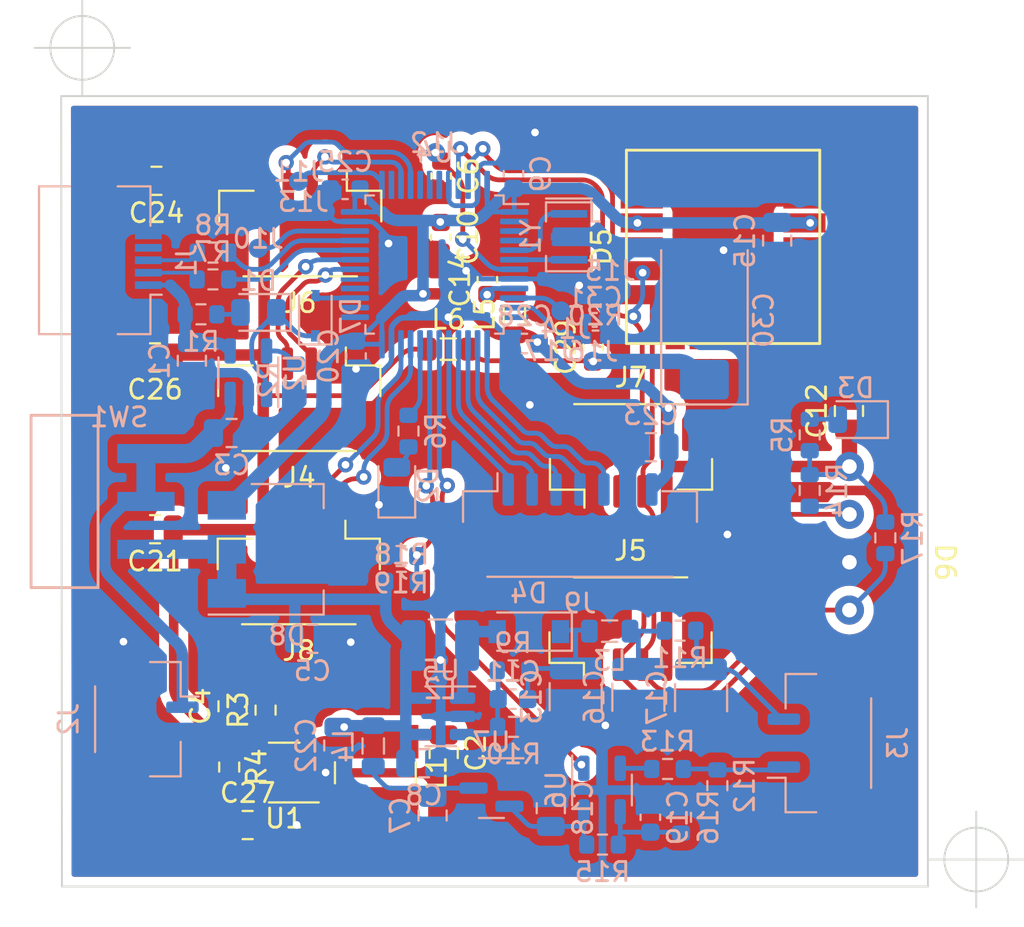
<source format=kicad_pcb>
(kicad_pcb (version 20211014) (generator pcbnew)
  (layers (0 "F.Cu" signal) (31 "B.Cu" signal) (34 "B.Paste" user) (35 "F.Paste" user) (36 "B.SilkS" user "B.Silkscreen") (37 "F.SilkS" user "F.Silkscreen") (38 "B.Mask" user) (39 "F.Mask" user) (44 "Edge.Cuts" user))
  (net 0 "")
  (net 1 "Net-(C1-Pad1)")
  (net 2 "GND")
  (net 3 "+BATT")
  (net 4 "Net-(C3-Pad1)")
  (net 5 "+5V")
  (net 6 "rst")
  (net 7 "+3.3V")
  (net 8 "Net-(C11-Pad1)")
  (net 9 "Net-(C11-Pad2)")
  (net 10 "Net-(C16-Pad1)")
  (net 11 "Net-(C17-Pad1)")
  (net 12 "Net-(C19-Pad1)")
  (net 13 "Net-(D1-Pad2)")
  (net 14 "Net-(D3-Pad2)")
  (net 15 "Net-(D4-Pad2)")
  (net 16 "D-")
  (net 17 "D+")
  (net 19 "uart1_txd")
  (net 20 "uart1_rxd")
  (net 21 "i2c1_sda")
  (net 22 "i2c1_scl")
  (net 23 "uart2_txd")
  (net 24 "uart2_rxd")
  (net 25 "uart3_txd")
  (net 26 "uart3_rxd")
  (net 27 "ST7735S_SDA")
  (net 28 "Net-(L1-Pad2)")
  (net 29 "Net-(R2-Pad1)")
  (net 30 "Net-(R3-Pad1)")
  (net 31 "Net-(R7-Pad1)")
  (net 32 "Net-(R8-Pad1)")
  (net 33 "Net-(R13-Pad2)")
  (net 37 "Net-(U4-Pad5)")
  (net 38 "Net-(U4-Pad6)")
  (net 39 "Scint")
  (net 47 "ST7735S_DC")
  (net 48 "ST7735S_SCL")
  (net 49 "ST7735S_CS")
  (net 50 "Net-(C18-Pad1)")
  (net 52 "swd")
  (net 54 "Net-(C7-Pad1)")
  (net 55 "Net-(D2-Pad2)")
  (net 56 "swc")
  (net 57 "Net-(D7-Pad2)")
  (net 58 "Net-(R6-Pad2)")
  (net 59 "uchk")
  (net 60 "Net-(R18-Pad1)")
  (net 61 "Net-(J3-Pad1)")
  (net 62 "ugn3503")
  (net 63 "ST7735S_RESET")
  (net 64 "Net-(C14-Pad1)")
  (net 65 "mpx4250")
  (net 66 "/+5")
  (footprint "Resistor_SMD:R_0603_1608Metric" (layer "F.Cu") (at 40.375 76.975 90)
    (fp_text reference "R3")
    (fp_text value "309k")
  )
  (footprint "Resistor_SMD:R_0603_1608Metric" (layer "F.Cu") (at 38.475 79.95 -90)
    (fp_text reference "R4")
    (fp_text value "976k")
  )
  (footprint "Capacitor_SMD:C_0805_2012Metric" (layer "F.Cu") (at 38.65 76.775 90)
    (fp_text reference "C4")
    (fp_text value "C")
  )
  (footprint "Capacitor_SMD:C_0603_1608Metric" (layer "F.Cu") (at 49.525 52.275 -90)
    (fp_text reference "C10")
    (fp_text value "10u")
  )
  (footprint "Connector_JST:JST_GH_BM04B-GHS-TBT_1x04-1MP_P1.25mm_Vertical" (layer "F.Cu") (at 59.44 72.65)
    (fp_text reference "J5")
    (fp_text value "Conn_01x04_MountingPin")
  )
  (footprint "Inductor_SMD:L_Ferrocore_DLG-0403" (layer "F.Cu") (at 46.11 80.25 -90)
    (fp_text reference "L1")
    (fp_text value "4.7uH")
  )
  (footprint "Connector_JST:JST_GH_BM04B-GHS-TBT_1x04-1MP_P1.25mm_Vertical" (layer "F.Cu") (at 42.185 51.705 180)
    (fp_text reference "J6")
    (fp_text value "Conn_01x04_MountingPin")
  )
  (footprint "Capacitor_SMD:C_0805_2012Metric" (layer "F.Cu") (at 34.6 67.525 180)
    (fp_text reference "C21")
    (fp_text value "10u")
  )
  (footprint "Capacitor_SMD:C_0603_1608Metric" (layer "F.Cu") (at 51.96 54.49 90)
    (fp_text reference "C14")
    (fp_text value "10u")
  )
  (footprint "Capacitor_SMD:C_0603_1608Metric" (layer "F.Cu") (at 57.48 58.02 90)
    (fp_text reference "C29")
    (fp_text value "10u")
  )
  (footprint "Connector_JST:JST_GH_BM04B-GHS-TBT_1x04-1MP_P1.25mm_Vertical" (layer "F.Cu") (at 59.465 63.6)
    (fp_text reference "J7")
    (fp_text value "Conn_01x04_MountingPin")
  )
  (footprint "Capacitor_SMD:C_0805_2012Metric" (layer "F.Cu") (at 70.85 61.35 90)
    (fp_text reference "C12")
    (fp_text value "10u")
  )
  (footprint "Inductor_SMD:L_0805_2012Metric" (layer "F.Cu") (at 49.92 58.12)
    (fp_text reference "L6")
    (fp_text value "47uH")
  )
  (footprint "Capacitor_SMD:C_0603_1608Metric" (layer "F.Cu") (at 49.55 49.075 -90)
    (fp_text reference "C6")
    (fp_text value "0.1")
  )
  (footprint "Capacitor_SMD:C_0805_2012Metric" (layer "F.Cu") (at 34.6 58.55 180)
    (fp_text reference "C26")
    (fp_text value "10u")
  )
  (footprint "Capacitor_SMD:C_0805_2012Metric" (layer "F.Cu") (at 49.68 79.22 -90)
    (fp_text reference "C2")
    (fp_text value "C")
  )
  (footprint "lib:AGS02MA" (layer "F.Cu") (at 70.875 69.25 -90)
    (fp_text reference "D6")
    (fp_text value "AGS02MA")
  )
  (footprint "Inductor_SMD:L_0805_2012Metric" (layer "F.Cu") (at 53.37 56.31 90)
    (fp_text reference "L5")
    (fp_text value "47uH")
  )
  (footprint "Connector_JST:JST_GH_BM04B-GHS-TBT_1x04-1MP_P1.25mm_Vertical" (layer "F.Cu") (at 42.11 69.88 180)
    (fp_text reference "J8")
    (fp_text value "Conn_01x04_MountingPin")
  )
  (footprint "Package_TO_SOT_SMD:SOT-23-6" (layer "F.Cu") (at 41.35 80.2375 180)
    (fp_text reference "U1")
    (fp_text value "MCP1640BCH")
  )
  (footprint "Connector_JST:JST_GH_BM04B-GHS-TBT_1x04-1MP_P1.25mm_Vertical" (layer "F.Cu") (at 42.135 60.83 180)
    (fp_text reference "J4")
    (fp_text value "Conn_01x04_MountingPin")
  )
  (footprint "Capacitor_SMD:C_0805_2012Metric" (layer "F.Cu") (at 39.44 82.98)
    (fp_text reference "C27")
    (fp_text value "10u")
  )
  (footprint "lib:SCD41" (layer "F.Cu") (at 64.275 52.775 -90)
    (fp_text reference "D5")
    (fp_text value "SCD41")
  )
  (footprint "Capacitor_SMD:C_0805_2012Metric" (layer "F.Cu") (at 34.675 49.325 180)
    (fp_text reference "C24")
    (fp_text value "10u")
  )
  (footprint "Resistor_SMD:R_0603_1608Metric" (layer "B.Cu") (at 37.625 53.075 180)
    (fp_text reference "R8")
    (fp_text value "51")
  )
  (footprint "Capacitor_SMD:C_0805_2012Metric" (layer "B.Cu") (at 42.825 73.25)
    (fp_text reference "C5")
    (fp_text value "10u")
  )
  (footprint "Package_TO_SOT_SMD:SOT-23-5" (layer "B.Cu") (at 49.525 77.3 180)
    (fp_text reference "U5")
    (fp_text value "LM2733YMF")
  )
  (footprint "MyLibrary:mini_conn" (layer "B.Cu") (at 55.8 56.12 180)
    (fp_text reference "J17")
    (fp_text value "Conn")
  )
  (footprint "lib:conn_mini" (layer "B.Cu") (at 42.35 50.925 180)
    (fp_text reference "J13")
    (fp_text value "Conn")
  )
  (footprint "Resistor_SMD:R_0603_1608Metric" (layer "B.Cu") (at 63.975 80.925 90)
    (fp_text reference "R12")
    (fp_text value "2.2k")
  )
  (footprint "Capacitor_SMD:C_0805_2012Metric" (layer "B.Cu") (at 55.275 82.1 90)
    (fp_text reference "C18")
    (fp_text value "10u")
  )
  (footprint "Inductor_SMD:L_0805_2012Metric" (layer "B.Cu") (at 46 78.85 -90)
    (fp_text reference "L4")
    (fp_text value "47uH")
  )
  (footprint "Package_QFP:LQFP-48_7x7mm_P0.5mm" (layer "B.Cu") (at 49.2 53.7 180)
    (fp_text reference "U4")
    (fp_text value "STM32F303CCT6")
  )
  (footprint "Resistor_SMD:R_0603_1608Metric" (layer "B.Cu") (at 47.84 62.4 90)
    (fp_text reference "R6")
    (fp_text value "1k")
  )
  (footprint "Capacitor_SMD:C_0805_2012Metric" (layer "B.Cu") (at 60.5 63.24 180)
    (fp_text reference "C23")
    (fp_text value "10u")
  )
  (footprint "Package_TO_SOT_SMD:SOT-223" (layer "B.Cu") (at 41.5 68.575)
    (fp_text reference "D8")
    (fp_text value "MC33375ST")
  )
  (footprint "lib:conn_mini" (layer "B.Cu") (at 58.375 54.525 180)
    (fp_text reference "J15")
    (fp_text value "Conn")
  )
  (footprint "Resistor_SMD:R_0603_1608Metric" (layer "B.Cu") (at 47.45 68.925)
    (fp_text reference "R19")
    (fp_text value "20k")
  )
  (footprint "Resistor_SMD:R_0603_1608Metric" (layer "B.Cu") (at 37 56.3)
    (fp_text reference "R1")
    (fp_text value "1k")
  )
  (footprint "Capacitor_SMD:C_0603_1608Metric" (layer "B.Cu") (at 53.9 57.825 180)
    (fp_text reference "C28")
    (fp_text value "10u")
  )
  (footprint "Capacitor_Tantalum_SMD:CP_EIA-7343-30_AVX-N" (layer "B.Cu") (at 63.3 56.6 90)
    (fp_text reference "C30")
    (fp_text value "1000")
  )
  (footprint "Diode_SMD:D_SOD-323" (layer "B.Cu") (at 42.975 56.375 90)
    (fp_text reference "D7")
    (fp_text value "D")
  )
  (footprint "Resistor_SMD:R_0603_1608Metric" (layer "B.Cu") (at 53.325 77.85)
    (fp_text reference "R10")
    (fp_text value "R")
  )
  (footprint "Capacitor_SMD:C_1210_3225Metric" (layer "B.Cu") (at 59.85 76.3 -90)
    (fp_text reference "C16")
    (fp_text value "10u")
  )
  (footprint "Resistor_SMD:R_0603_1608Metric" (layer "B.Cu") (at 41.95 59.725 -90)
    (fp_text reference "R2")
    (fp_text value "10k")
  )
  (footprint "Capacitor_SMD:C_0402_1005Metric" (layer "B.Cu") (at 57.57 56.59 180)
    (fp_text reference "C31")
    (fp_text value "50pF")
  )
  (footprint "lib:conn_mini" (layer "B.Cu") (at 56.05 57.56 180)
    (fp_text reference "J14")
    (fp_text value "Conn")
  )
  (footprint "LED_SMD:LED_0805_2012Metric" (layer "B.Cu") (at 47.23 65.23 90)
    (fp_text reference "D2")
    (fp_text value "LED")
  )
  (footprint "lib:conn_mini" (layer "B.Cu") (at 57.47 58.75 180)
    (fp_text reference "J16")
    (fp_text value "Conn")
  )
  (footprint "Inductor_SMD:L_1210_3225Metric" (layer "B.Cu") (at 49.5 73.6)
    (fp_text reference "L2")
    (fp_text value "22uH")
  )
  (footprint "Connector_JST:JST_GH_BM02B-GHS-TBT_1x02-1MP_P1.25mm_Vertical" (layer "B.Cu") (at 34.08 77.45 -90)
    (fp_text reference "J2")
    (fp_text value "Conn_01x02_MountingPin")
  )
  (footprint "Resistor_SMD:R_0603_1608Metric" (layer "B.Cu") (at 72.75 67.975 90)
    (fp_text reference "R17")
    (fp_text value "10k")
  )
  (footprint "lib:conn_mini" (layer "B.Cu") (at 39.99 52.85 180)
    (fp_text reference "J10")
    (fp_text value "Conn")
  )
  (footprint "Resistor_SMD:R_0603_1608Metric" (layer "B.Cu") (at 57.975 84)
    (fp_text reference "R15")
    (fp_text value "39k")
  )
  (footprint "Resistor_SMD:R_0603_1608Metric" (layer "B.Cu") (at 62.075 82.575 90)
    (fp_text reference "R16")
    (fp_text value "91")
  )
  (footprint "Diode_SMD:D_SOD-123" (layer "B.Cu") (at 54.125 72.875 180)
    (fp_text reference "D4")
    (fp_text value "D")
  )
  (footprint "Capacitor_SMD:C_0805_2012Metric" (layer "B.Cu") (at 44.175 78.825 -90)
    (fp_text reference "C22")
    (fp_text value "10u")
  )
  (footprint "Capacitor_SMD:C_0603_1608Metric" (layer "B.Cu") (at 45.1 58.475 -90)
    (fp_text reference "C20")
    (fp_text value "10u")
  )
  (footprint "lib:conn_mini" (layer "B.Cu") (at 49.25 47.85 180)
    (fp_text reference "J12")
    (fp_text value "Conn")
  )
  (footprint "Capacitor_SMD:C_0805_2012Metric" (layer "B.Cu") (at 38.6 62.5)
    (fp_text reference "C3")
    (fp_text value "10u")
  )
  (footprint "Capacitor_SMD:C_0603_1608Metric" (layer "B.Cu") (at 60.475 82.575 90)
    (fp_text reference "C19")
    (fp_text value "0.1")
  )
  (footprint "Resistor_SMD:R_0603_1608Metric" (layer "B.Cu") (at 68.8 65.5 90)
    (fp_text reference "R14")
    (fp_text value "10k")
  )
  (footprint "LED_SMD:LED_0805_2012Metric" (layer "B.Cu") (at 71.2 61.8 180)
    (fp_text reference "D3")
    (fp_text value "LED")
  )
  (footprint "Capacitor_SMD:C_1210_3225Metric" (layer "B.Cu") (at 56.575 76.275 -90)
    (fp_text reference "C13")
    (fp_text value "10u")
  )
  (footprint "Connector_USB:USB_Micro-B_Amphenol_10104110_Horizontal" (layer "B.Cu") (at 32.7 53.475 90)
    (fp_text reference "J1")
    (fp_text value "USB_B_Mini")
  )
  (footprint "Connector_JST:JST_GH_BM07B-GHS-TBT_1x07-1MP_P1.25mm_Vertical" (layer "B.Cu") (at 56.8 67.4)
    (fp_text reference "J9")
    (fp_text value "Conn_01x07_MountingPin")
  )
  (footprint "Package_TO_SOT_SMD:SOT-23-5" (layer "B.Cu") (at 57.95 81.15 -90)
    (fp_text reference "U6")
    (fp_text value "LMV7239M5")
  )
  (footprint "Capacitor_SMD:C_0805_2012Metric" (layer "B.Cu") (at 36.525 58.725 -90)
    (fp_text reference "C1")
    (fp_text value "10u")
  )
  (footprint "lib:MySwithc" (layer "B.Cu") (at 32.625 66.075)
    (fp_text reference "SW1")
    (fp_text value "SW_DPDT_x2")
  )
  (footprint "Resistor_SMD:R_0603_1608Metric" (layer "B.Cu") (at 62.025 72.825)
    (fp_text reference "R11")
    (fp_text value "1k")
  )
  (footprint "LED_SMD:LED_0805_2012Metric" (layer "B.Cu") (at 40 56.2 180)
    (fp_text reference "D1")
    (fp_text value "LED")
  )
  (footprint "Resistor_SMD:R_0603_1608Metric" (layer "B.Cu") (at 61.375 80.05 180)
    (fp_text reference "R13")
    (fp_text value "12k")
  )
  (footprint "Capacitor_SMD:C_0603_1608Metric" (layer "B.Cu") (at 53.325 48.95 90)
    (fp_text reference "C9")
    (fp_text value "10u")
  )
  (footprint "Capacitor_SMD:C_0805_2012Metric" (layer "B.Cu") (at 67.1 52.45 -90)
    (fp_text reference "C15")
    (fp_text value "10u")
  )
  (footprint "Capacitor_SMD:C_0805_2012Metric" (layer "B.Cu") (at 49.1 82.48 -90)
    (fp_text reference "C7")
    (fp_text value "10u")
  )
  (footprint "Inductor_SMD:L_0805_2012Metric" (layer "B.Cu") (at 58.35 72.85)
    (fp_text reference "L3")
    (fp_text value "47uH")
  )
  (footprint "Crystal:Resonator_SMD_Murata_CSTxExxV-3Pin_3.0x1.1mm" (layer "B.Cu") (at 56.225 52.25 -90)
    (fp_text reference "Y1")
    (fp_text value "16MHz")
  )
  (footprint "Capacitor_SMD:C_1210_3225Metric" (layer "B.Cu") (at 63.125 76.325 -90)
    (fp_text reference "C17")
    (fp_text value "10u")
  )
  (footprint "Capacitor_SMD:C_0603_1608Metric" (layer "B.Cu") (at 44.53 49.77 180)
    (fp_text reference "C25")
    (fp_text value "10u")
  )
  (footprint "Connector_JST:JST_GH_BM03B-GHS-TBT_1x03-1MP_P1.25mm_Vertical" (layer "B.Cu") (at 69.4 78.7 90)
    (fp_text reference "J3")
    (fp_text value "Conn_01x03_MountingPin")
  )
  (footprint "Package_TO_SOT_SMD:SOT-23" (layer "B.Cu") (at 52.175 81.05 180)
    (fp_text reference "U7")
    (fp_text value "MCP1700")
  )
  (footprint "Resistor_SMD:R_0402_1005Metric" (layer "B.Cu") (at 57.61 57.53 180)
    (fp_text reference "R20")
    (fp_text value "51k")
  )
  (footprint "Resistor_SMD:R_0603_1608Metric" (layer "B.Cu") (at 68.8 62.6 -90)
    (fp_text reference "R5")
    (fp_text value "1k")
  )
  (footprint "lib:conn_mini" (layer "B.Cu") (at 42.1 49.35 180)
    (fp_text reference "J11")
    (fp_text value "Conn")
  )
  (footprint "Package_TO_SOT_SMD:TSOT-23-5" (layer "B.Cu") (at 39.475 59.35 90)
    (fp_text reference "U2")
    (fp_text value "LTC4054")
  )
  (footprint "Resistor_SMD:R_0603_1608Metric" (layer "B.Cu") (at 53.3 74.9 180)
    (fp_text reference "R9")
    (fp_text value "R")
  )
  (footprint "Resistor_SMD:R_0603_1608Metric" (layer "B.Cu") (at 37.625 54.475 180)
    (fp_text reference "R7")
    (fp_text value "51")
  )
  (footprint "Capacitor_SMD:C_0805_2012Metric" (layer "B.Cu") (at 48.65 79.75)
    (fp_text reference "C8")
    (fp_text value "10u")
  )
  (footprint "Resistor_SMD:R_0603_1608Metric" (layer "B.Cu") (at 47.475 70.275 180)
    (fp_text reference "R18")
    (fp_text value "10k")
  )
  (footprint "Capacitor_SMD:C_0603_1608Metric" (layer "B.Cu") (at 53.3 76.4 180)
    (fp_text reference "C11")
    (fp_text value "89p")
  )
  (gr_line (start 29.7 44.9) (end 74.97334 44.9) (layer "Edge.Cuts") (width 0.1))
  (gr_line (start 74.97334 86.19056) (end 29.736981 86.19056) (layer "Edge.Cuts") (width 0.1))
  (gr_line (start 74.97334 44.9) (end 74.97334 86.19056) (layer "Edge.Cuts") (width 0.1))
  (gr_line (start 29.736981 86.19056) (end 29.7 44.9) (layer "Edge.Cuts") (width 0.1))
  (target plus (at 30.8 42.38) (size 5) (width 0.1) (layer "Edge.Cuts"))
  (target plus (at 77.5 84.78) (size 5) (width 0.1) (layer "Edge.Cuts"))
  (segment (start 36.525 57.775) (end 37.673286 57.775) (width 0.6) (layer "B.Cu") (net 1))
  (segment (start 36.175 56.3) (end 36.175 57.425) (width 0.6) (layer "B.Cu") (net 1))
  (segment (start 36.175 55.964214) (end 36.175 56.3) (width 0.6) (layer "B.Cu") (net 1))
  (segment (start 36.175 57.425) (end 36.525 57.775) (width 0.6) (layer "B.Cu") (net 1))
  (segment (start 34.25 54.775) (end 35.4 54.775) (width 0.25) (layer "B.Cu") (net 1))
  (segment (start 38.380393 58.067893) (end 38.525 58.2125) (width 0.6) (layer "B.Cu") (net 1))
  (segment (start 35.4 54.775) (end 35.882107 55.257107) (width 0.6) (layer "B.Cu") (net 1))
  (arc (start 38.380393 58.067893) (mid 38.05597 57.85112) (end 37.673286 57.775) (width 0.6) (layer "B.Cu") (net 1))
  (arc (start 36.175 55.964214) (mid 36.09888 55.581531) (end 35.882107 55.257107) (width 0.6) (layer "B.Cu") (net 1))
  (segment (start 63.025 52.775) (end 63.025 54.025) (width 0.25) (layer "F.Cu") (net 2))
  (segment (start 64.5 67.8) (end 66.8 65.5) (width 0.25) (layer "F.Cu") (net 2))
  (segment (start 60.025 50.275) (end 68.525 50.275) (width 0.8) (layer "F.Cu") (net 2))
  (segment (start 49.925 59.465) (end 49.93 59.47) (width 0.25) (layer "F.Cu") (net 2))
  (segment (start 42.4875 80.2375) (end 43.5125 80.2375) (width 0.6) (layer "F.Cu") (net 2))
  (segment (start 66.8 65.5) (end 72.075 65.5) (width 0.5) (layer "F.Cu") (net 2))
  (segment (start 49.925 56.45) (end 49.925 59.465) (width 0.4) (layer "F.Cu") (net 2))
  (segment (start 63.025 51.525) (end 63.025 52.775) (width 0.25) (layer "F.Cu") (net 2))
  (via (at 64.3 52.95) (size 0.8) (drill 0.4) (layers "F.Cu" "B.Cu") (net 2))
  (via (at 43.5125 80.2375) (size 0.8) (drill 0.4) (layers "F.Cu" "B.Cu") (net 2))
  (via (at 58.125 77.775) (size 0.8) (drill 0.4) (layers "F.Cu" "B.Cu") (net 2))
  (via (at 46.3 66.25) (size 0.8) (drill 0.4) (layers "F.Cu" "B.Cu") (net 2))
  (via (at 54.18 61.03) (size 0.8) (drill 0.4) (layers "F.Cu" "B.Cu") (net 2))
  (via (at 44.825 73.425) (size 0.8) (drill 0.4) (layers "F.Cu" "B.Cu") (net 2))
  (via (at 64.5 67.8) (size 0.8) (drill 0.4) (layers "F.Cu" "B.Cu") (net 2))
  (via (at 49.51 74.36) (size 0.8) (drill 0.4) (layers "F.Cu" "B.Cu") (net 2))
  (via (at 50.85 54.025) (size 0.8) (drill 0.4) (layers "F.Cu" "B.Cu") (net 2))
  (via (at 54.45 46.8) (size 0.8) (drill 0.4) (layers "F.Cu" "B.Cu") (net 2))
  (via (at 49.925 56.45) (size 0.8) (drill 0.4) (layers "F.Cu" "B.Cu") (net 2))
  (via (at 46.8 52.6) (size 0.8) (drill 0.4) (layers "F.Cu" "B.Cu") (net 2))
  (via (at 45.1 59.15) (size 0.8) (drill 0.4) (layers "F.Cu" "B.Cu") (net 2))
  (via (at 38.3 64.325) (size 0.8) (drill 0.4) (layers "F.Cu" "B.Cu") (net 2))
  (via (at 56.76 54.79) (size 0.8) (drill 0.4) (layers "F.Cu" "B.Cu") (net 2))
  (via (at 42 82.975) (size 0.8) (drill 0.4) (layers "F.Cu" "B.Cu") (net 2))
  (via (at 32.95 73.4) (size 0.8) (drill 0.4) (layers "F.Cu" "B.Cu") (net 2))
  (segment (start 56.575 77.75) (end 56.6 77.775) (width 0.25) (layer "B.Cu") (net 2))
  (segment (start 58.667893 53.182107) (end 58.732107 53.117893) (width 1) (layer "B.Cu") (net 2))
  (segment (start 46.121447 51.596447) (end 46.8 52.275) (width 0.25) (layer "B.Cu") (net 2))
  (segment (start 46.8 52.275) (end 46.8 52.6) (width 0.25) (layer "B.Cu") (net 2))
  (segment (start 45.0375 51.45) (end 44.232107 51.45) (width 0.25) (layer "B.Cu") (net 2))
  (segment (start 53.3625 54.45) (end 51.689214 54.45) (width 0.25) (layer "B.Cu") (net 2))
  (segment (start 43.94 66.25) (end 46.3 66.25) (width 0.6) (layer "B.Cu") (net 2))
  (segment (start 47.096447 56.778553) (end 47.253554 56.621446) (width 0.3) (layer "B.Cu") (net 2))
  (segment (start 54.15 77.85) (end 56.475 77.85) (width 0.25) (layer "B.Cu") (net 2))
  (segment (start 39.475 60.4875) (end 39.475 62.425) (width 0.5) (layer "B.Cu") (net 2))
  (segment (start 57.95 80.0125) (end 57.95 77.8) (width 0.6) (layer "B.Cu") (net 2))
  (segment (start 51.45 49.5375) (end 51.45 50.300736) (width 0.25) (layer "B.Cu") (net 2))
  (segment (start 36.557107 59.642893) (end 36.525 59.675) (width 0.5) (layer "B.Cu") (net 2))
  (segment (start 52.267893 56.767893) (end 53.325 57.825) (width 0.3) (layer "B.Cu") (net 2))
  (segment (start 53.1 48.4) (end 53.325 48.175) (width 0.25) (layer "B.Cu") (net 2))
  (segment (start 45.25 59.375) (end 45.075 59.2) (width 0.25) (layer "B.Cu") (net 2))
  (segment (start 43.878553 51.303553) (end 43.5 50.925) (width 0.25) (layer "B.Cu") (net 2))
  (segment (start 50.885 67.075) (end 51.2 67.39) (width 0.5) (layer "B.Cu") (net 2))
  (segment (start 50.087132 50.537132) (end 50.037868 50.487868) (width 0.25) (layer "B.Cu") (net 2))
  (segment (start 57.95 80.0125) (end 57.95 81.125) (width 0.6) (layer "B.Cu") (net 2))
  (segment (start 51.45 49.5375) (end 51.45 48.799264) (width 0.25) (layer "B.Cu") (net 2))
  (segment (start 53.3625 54.45) (end 56.3 54.45) (width 0.25) (layer "B.Cu") (net 2))
  (segment (start 46.803553 58.946447) (end 46.521446 59.228554) (width 0.25) (layer "B.Cu") (net 2))
  (segment (start 42.35 50.925) (end 40.015 50.925) (width 1) (layer "B.Cu") (net 2))
  (segment (start 39.328554 59.578554) (end 39.246447 59.496447) (width 0.5) (layer "B.Cu") (net 2))
  (segment (start 62.075 81.8) (end 63.9375 81.8) (width 0.25) (layer "B.Cu") (net 2))
  (segment (start 40.015 50.925) (end 38.815 49.725) (width 1) (layer "B.Cu") (net 2))
  (segment (start 39.475 62.425) (end 39.55 62.5) (width 0.25) (layer "B.Cu") (net 2))
  (segment (start 51.537868 48.587132) (end 51.637132 48.487868) (width 0.25) (layer "B.Cu") (net 2))
  (segment (start 59.317893 81.15) (end 57.975 81.15) (width 0.5) (layer "B.Cu") (net 2))
  (segment (start 63.9375 81.8) (end 63.975 81.8375) (width 0.25) (layer "B.Cu") (net 2))
  (segment (start 44.932107 62.292893) (end 42.75 64.475) (width 0.6) (layer "B.Cu") (net 2))
  (segment (start 50.6625 77.3) (end 49.525 77.3) (width 0.5) (layer "B.Cu") (net 2))
  (segment (start 58.375 54.525) (end 58.375 53.889214) (width 1) (layer "B.Cu") (net 2))
  (segment (start 51.362132 50.512868) (end 51.337868 50.537132) (width 0.25) (layer "B.Cu") (net 2))
  (segment (start 51.2 67.39) (end 51.2 68.8) (width 0.5) (layer "B.Cu") (net 2))
  (segment (start 56.6 77.775) (end 57.925 77.775) (width 0.25) (layer "B.Cu") (net 2))
  (segment (start 51.125736 50.625) (end 50.299264 50.625) (width 0.25) (layer "B.Cu") (net 2))
  (segment (start 56.475 77.85) (end 56.575 77.75) (width 0.25) (layer "B.Cu") (net 2))
  (segment (start 57.975 81.15) (end 57.975 85.3) (width 0.4) (layer "B.Cu") (net 2))
  (segment (start 49.525 67.075) (end 50.885 67.075) (width 0.5) (layer "B.Cu") (net 2))
  (segment (start 63.732107 78.407107) (end 63.125 77.8) (width 0.8) (layer "B.Cu") (net 2))
  (segment (start 57.95 81.125) (end 57.975 81.15) (width 0.25) (layer "B.Cu") (net 2))
  (segment (start 42.75 64.475) (end 42.75 65.06) (width 0.6) (layer "B.Cu") (net 2))
  (segment (start 62.930393 53.117893) (end 63.3 53.4875) (width 1) (layer "B.Cu") (net 2))
  (segment (start 39.475 60.4875) (end 39.475 59.932107) (width 0.5) (layer "B.Cu") (net 2))
  (segment (start 48.675 56.475) (end 51.560786 56.475) (width 0.3) (layer "B.Cu") (net 2))
  (segment (start 57.925 77.775) (end 58.125 77.775) (width 0.25) (layer "B.Cu") (net 2))
  (segment (start 46.95 57.8625) (end 46.95 57.132107) (width 0.3) (layer "B.Cu") (net 2))
  (segment (start 57.95 77.8) (end 57.925 77.775) (width 0.25) (layer "B.Cu") (net 2))
  (segment (start 42.35 50.925) (end 43.5 50.925) (width 1) (layer "B.Cu") (net 2))
  (segment (start 50.982107 54.157107) (end 50.85 54.025) (width 0.25) (layer "B.Cu") (net 2))
  (segment (start 57.975 81.15) (end 55.275 81.15) (width 0.5) (layer "B.Cu") (net 2))
  (segment (start 60.475 81.8) (end 62.075 81.8) (width 0.25) (layer "B.Cu") (net 2))
  (segment (start 46.95 57.8625) (end 46.95 58.592893) (width 0.25) (layer "B.Cu") (net 2))
  (segment (start 70.325 78.7) (end 64.439214 78.7) (width 0.8) (layer "B.Cu") (net 2))
  (segment (start 49.95 50.275736) (end 49.95 49.5375) (width 0.25) (layer "B.Cu") (net 2))
  (segment (start 46.167893 59.375) (end 45.25 59.375) (width 0.25) (layer "B.Cu") (net 2))
  (segment (start 42.75 65.06) (end 43.94 66.25) (width 0.6) (layer "B.Cu") (net 2))
  (segment (start 59.439214 52.825) (end 62.223286 52.825) (width 1) (layer "B.Cu") (net 2))
  (segment (start 49.525 79.675) (end 49.6 79.75) (width 0.5) (layer "B.Cu") (net 2))
  (segment (start 47.607107 56.475) (end 48.675 56.475) (width 0.3) (layer "B.Cu") (net 2))
  (segment (start 49.525 77.3) (end 49.525 67.075) (width 0.5) (layer "B.Cu") (net 2))
  (segment (start 49.525 77.3) (end 49.525 79.675) (width 0.5) (layer "B.Cu") (net 2))
  (segment (start 45.225 59.225) (end 45.225 61.585786) (width 0.6) (layer "B.Cu") (net 2))
  (segment (start 38.815 49.725) (end 31.4 49.725) (width 1) (layer "B.Cu") (net 2))
  (segment (start 38.892893 59.35) (end 37.264214 59.35) (width 0.5) (layer "B.Cu") (net 2))
  (segment (start 43.5 50.925) (end 43.5 49.75) (width 0.25) (layer "B.Cu") (net 2))
  (segment (start 63.1 77.775) (end 63.125 77.8) (width 0.25) (layer "B.Cu") (net 2))
  (segment (start 51.849264 48.4) (end 53.1 48.4) (width 0.25) (layer "B.Cu") (net 2))
  (segment (start 59.317893 81.15) (end 64.95 81.15) (width 0.5) (layer "B.Cu") (net 2))
  (segment (start 59.85 77.775) (end 63.1 77.775) (width 0.25) (layer "B.Cu") (net 2))
  (segment (start 58.125 77.775) (end 59.85 77.775) (width 0.25) (layer "B.Cu") (net 2))
  (segment (start 45.0375 51.45) (end 45.767893 51.45) (width 0.25) (layer "B.Cu") (net 2))
  (arc (start 58.732107 53.117893) (mid 59.05653 52.90112) (end 59.439214 52.825) (width 1) (layer "B.Cu") (net 2))
  (arc (start 36.557107 59.642893) (mid 36.88153 59.42612) (end 37.264214 59.35) (width 0.5) (layer "B.Cu") (net 2))
  (arc (start 39.246447 59.496447) (mid 39.084235 59.38806) (end 38.892893 59.35) (width 0.5) (layer "B.Cu") (net 2))
  (arc (start 50.299264 50.625) (mid 50.184459 50.602164) (end 50.087132 50.537132) (width 0.25) (layer "B.Cu") (net 2))
  (arc (start 62.223286 52.825) (mid 62.605969 52.90112) (end 62.930393 53.117893) (width 1) (layer "B.Cu") (net 2))
  (arc (start 64.439214 78.7) (mid 64.056531 78.62388) (end 63.732107 78.407107) (width 0.8) (layer "B.Cu") (net 2))
  (arc (start 46.95 58.592893) (mid 46.91194 58.784235) (end 46.803553 58.946447) (width 0.25) (layer "B.Cu") (net 2))
  (arc (start 51.637132 48.487868) (mid 51.734459 48.422836) (end 51.849264 48.4) (width 0.25) (layer "B.Cu") (net 2))
  (arc (start 51.689214 54.45) (mid 51.306531 54.37388) (end 50.982107 54.157107) (width 0.25) (layer "B.Cu") (net 2))
  (arc (start 49.95 50.275736) (mid 49.972836 50.390541) (end 50.037868 50.487868) (width 0.25) (layer "B.Cu") (net 2))
  (arc (start 46.121447 51.596447) (mid 45.959235 51.48806) (end 45.767893 51.45) (width 0.25) (layer "B.Cu") (net 2))
  (arc (start 52.267893 56.767893) (mid 51.94347 56.55112) (end 51.560786 56.475) (width 0.3) (layer "B.Cu") (net 2))
  (arc (start 51.362132 50.512868) (mid 51.427164 50.415541) (end 51.45 50.300736) (width 0.25) (layer "B.Cu") (net 2))
  (arc (start 46.95 57.132107) (mid 46.98806 56.940765) (end 47.096447 56.778553) (width 0.3) (layer "B.Cu") (net 2))
  (arc (start 45.225 61.585786) (mid 45.14888 61.968469) (end 44.932107 62.292893) (width 0.6) (layer "B.Cu") (net 2))
  (arc (start 46.167893 59.375) (mid 46.359234 59.33694) (end 46.521446 59.228554) (width 0.25) (layer "B.Cu") (net 2))
  (arc (start 58.667893 53.182107) (mid 58.45112 53.50653) (end 58.375 53.889214) (width 1) (layer "B.Cu") (net 2))
  (arc (start 39.475 59.932107) (mid 39.43694 59.740766) (end 39.328554 59.578554) (width 0.5) (layer "B.Cu") (net 2))
  (arc (start 44.232107 51.45) (mid 44.040765 51.41194) (end 43.878553 51.303553) (width 0.25) (layer "B.Cu") (net 2))
  (arc (start 51.337868 50.537132) (mid 51.240541 50.602164) (end 51.125736 50.625) (width 0.25) (layer "B.Cu") (net 2))
  (arc (start 47.253554 56.621446) (mid 47.415766 56.51306) (end 47.607107 56.475) (width 0.3) (layer "B.Cu") (net 2))
  (arc (start 51.537868 48.587132) (mid 51.472836 48.684459) (end 51.45 48.799264) (width 0.25) (layer "B.Cu") (net 2))
  (segment (start 44.89 78.27) (end 44.48 77.86) (width 0.25) (layer "F.Cu") (net 3))
  (segment (start 46.11 78.625) (end 43.564214 78.625) (width 0.6) (layer "F.Cu") (net 3))
  (segment (start 42.857107 78.917893) (end 42.4875 79.2875) (width 0.6) (layer "F.Cu") (net 3))
  (segment (start 41.525736 79.574264) (end 41.636764 79.463236) (width 0.5) (layer "F.Cu") (net 3))
  (segment (start 40.988236 81.011764) (end 41.174264 80.825736) (width 0.5) (layer "F.Cu") (net 3))
  (segment (start 40.2 81.1875) (end 40.563972 81.1875) (width 0.5) (layer "F.Cu") (net 3))
  (segment (start 42.061028 79.2875) (end 42.475 79.2875) (width 0.5) (layer "F.Cu") (net 3))
  (segment (start 49.68 78.27) (end 44.89 78.27) (width 0.6) (layer "F.Cu") (net 3))
  (segment (start 41.35 80.401472) (end 41.35 79.998528) (width 0.5) (layer "F.Cu") (net 3))
  (via (at 44.48 77.86) (size 0.8) (drill 0.4) (layers "F.Cu" "B.Cu") (net 3))
  (arc (start 42.061028 79.2875) (mid 41.831418 79.333172) (end 41.636764 79.463236) (width 0.5) (layer "F.Cu") (net 3))
  (arc (start 40.988236 81.011764) (mid 40.793582 81.141828) (end 40.563972 81.1875) (width 0.5) (layer "F.Cu") (net 3))
  (arc (start 43.564214 78.625) (mid 43.181531 78.70112) (end 42.857107 78.917893) (width 0.6) (layer "F.Cu") (net 3))
  (arc (start 41.35 79.998528) (mid 41.395672 79.768918) (end 41.525736 79.574264) (width 0.5) (layer "F.Cu") (net 3))
  (arc (start 41.174264 80.825736) (mid 41.304328 80.631082) (end 41.35 80.401472) (width 0.5) (layer "F.Cu") (net 3))
  (segment (start 46.5375 71.1875) (end 38.6625 71.1875) (width 0.6) (layer "B.Cu") (net 3))
  (segment (start 41.9 73.225) (end 41.875 73.25) (width 0.6) (layer "B.Cu") (net 3))
  (segment (start 38.6625 71.1875) (end 38.35 70.875) (width 0.6) (layer "B.Cu") (net 3))
  (segment (start 38.35 68.575) (end 38.35 70.875) (width 1) (layer "B.Cu") (net 3))
  (segment (start 46.0125 77.8) (end 46 77.7875) (width 0.6) (layer "B.Cu") (net 3))
  (segment (start 46.942893 72.442893) (end 48.1 73.6) (width 0.6) (layer "B.Cu") (net 3))
  (segment (start 46 77.7875) (end 44.2625 77.7875) (width 0.6) (layer "B.Cu") (net 3))
  (segment (start 47.7 77.8) (end 46.0125 77.8) (width 0.6) (layer "B.Cu") (net 3))
  (segment (start 34.125 68.575) (end 38.35 68.575) (width 1) (layer "B.Cu") (net 3))
  (segment (start 47.7 77.8) (end 47.7 73.92) (width 0.6) (layer "B.Cu") (net 3))
  (segment (start 47.7 79.75) (end 47.7 77.8) (width 0.6) (layer "B.Cu") (net 3))
  (segment (start 46.65 70.275) (end 46.65 71.735786) (width 0.6) (layer "B.Cu") (net 3))
  (segment (start 47.7 73.92) (end 48.05 73.57) (width 0.6) (layer "B.Cu") (net 3))
  (segment (start 44.2625 77.7875) (end 44.175 77.875) (width 0.6) (layer "B.Cu") (net 3))
  (segment (start 41.9 71.375) (end 41.9 73.225) (width 0.6) (layer "B.Cu") (net 3))
  (arc (start 46.942893 72.442893) (mid 46.72612 72.11847) (end 46.65 71.735786) (width 0.6) (layer "B.Cu") (net 3))
  (segment (start 38.232107 61.917893) (end 37.65 62.5) (width 0.5) (layer "B.Cu") (net 4))
  (segment (start 38.525 60.4875) (end 38.525 61.210786) (width 0.5) (layer "B.Cu") (net 4))
  (segment (start 36.03 76.825) (end 36.03 74.174214) (width 0.6) (layer "B.Cu") (net 4))
  (segment (start 33.115 66.075) (end 34.125 66.075) (width 0.25) (layer "B.Cu") (net 4))
  (segment (start 31.97 69.285786) (end 31.97 67.634214) (width 0.6) (layer "B.Cu") (net 4))
  (segment (start 36.867893 63.282107) (end 37.65 62.5) (width 1) (layer "B.Cu") (net 4))
  (segment (start 35.737107 73.467107) (end 32.262893 69.992893) (width 0.6) (layer "B.Cu") (net 4))
  (segment (start 34.125 63.575) (end 36.160786 63.575) (width 1) (layer "B.Cu") (net 4))
  (segment (start 34.125 66.075) (end 34.125 63.575) (width 1) (layer "B.Cu") (net 4))
  (segment (start 32.262893 66.927107) (end 33.115 66.075) (width 0.6) (layer "B.Cu") (net 4))
  (arc (start 36.03 74.174214) (mid 35.95388 73.791531) (end 35.737107 73.467107) (width 0.6) (layer "B.Cu") (net 4))
  (arc (start 38.232107 61.917893) (mid 38.44888 61.59347) (end 38.525 61.210786) (width 0.5) (layer "B.Cu") (net 4))
  (arc (start 31.97 67.634214) (mid 32.04612 67.251531) (end 32.262893 66.927107) (width 0.6) (layer "B.Cu") (net 4))
  (arc (start 31.97 69.285786) (mid 32.04612 69.668469) (end 32.262893 69.992893) (width 0.6) (layer "B.Cu") (net 4))
  (arc (start 36.160786 63.575) (mid 36.543469 63.49888) (end 36.867893 63.282107) (width 1) (layer "B.Cu") (net 4))
  (segment (start 37.275 80.775) (end 37.25 80.8) (width 0.5) (layer "F.Cu") (net 5))
  (segment (start 48.8575 58.12) (end 48.169214 58.12) (width 0.25) (layer "F.Cu") (net 5))
  (segment (start 38.475 80.775) (end 37.275 80.775) (width 0.5) (layer "F.Cu") (net 5))
  (segment (start 40.325 60.55) (end 40.25 60.475) (width 0.25) (layer "F.Cu") (net 5))
  (segment (start 39.875 49.325) (end 40.275 49.325) (width 0.6) (layer "F.Cu") (net 5))
  (segment (start 40.275 49.325) (end 40.3 49.35) (width 0.25) (layer "F.Cu") (net 5))
  (segment (start 38.65 77.725) (end 37.25 77.725) (width 0.5) (layer "F.Cu") (net 5))
  (segment (start 35.675 58.425) (end 35.55 58.55) (width 0.25) (layer "F.Cu") (net 5))
  (segment (start 40.25 60.475) (end 40.25 67.5) (width 0.6) (layer "F.Cu") (net 5))
  (segment (start 37.075 77.725) (end 35.867893 76.517893) (width 0.5) (layer "F.Cu") (net 5))
  (segment (start 37.25 80.8) (end 37.25 81.325786) (width 0.5) (layer "F.Cu") (net 5))
  (segment (start 39.125 49.325) (end 39.875 49.325) (width 0.6) (layer "F.Cu") (net 5))
  (segment (start 35.575 75.810786) (end 35.575 67.55) (width 0.5) (layer "F.Cu") (net 5))
  (segment (start 38.719607 80.530393) (end 38.475 80.775) (width 0.5) (layer "F.Cu") (net 5))
  (segment (start 40.25 58.475) (end 40.25 60.475) (width 0.6) (layer "F.Cu") (net 5))
  (segment (start 40.3 58.425) (end 40.25 58.475) (width 0.25) (layer "F.Cu") (net 5))
  (segment (start 37.25 77.725) (end 37.075 77.725) (width 0.5) (layer "F.Cu") (net 5))
  (segment (start 40.2125 80.2375) (end 39.426714 80.2375) (width 0.5) (layer "F.Cu") (net 5))
  (segment (start 40.3 58.425) (end 35.675 58.425) (width 0.6) (layer "F.Cu") (net 5))
  (segment (start 40.3 49.35) (end 40.3 58.425) (width 0.6) (layer "F.Cu") (net 5))
  (segment (start 37.25 77.725) (end 37.25 80.8) (width 0.5) (layer "F.Cu") (net 5))
  (segment (start 40.2 67.55) (end 40.225 67.525) (width 0.25) (layer "F.Cu") (net 5))
  (segment (start 40.25 67.5) (end 40.225 67.525) (width 0.25) (layer "F.Cu") (net 5))
  (segment (start 35.575 67.55) (end 40.2 67.55) (width 0.6) (layer "F.Cu") (net 5))
  (segment (start 37.542893 82.032893) (end 38.49 82.98) (width 0.5) (layer "F.Cu") (net 5))
  (segment (start 47.462107 58.412893) (end 45.617893 60.257107) (width 0.25) (layer "F.Cu") (net 5))
  (segment (start 39.125 49.325) (end 35.625 49.325) (width 0.6) (layer "F.Cu") (net 5))
  (segment (start 44.910786 60.55) (end 40.325 60.55) (width 0.25) (layer "F.Cu") (net 5))
  (arc (start 48.169214 58.12) (mid 47.786531 58.19612) (end 47.462107 58.412893) (width 0.25) (layer "F.Cu") (net 5))
  (arc (start 35.867893 76.517893) (mid 35.65112 76.19347) (end 35.575 75.810786) (width 0.5) (layer "F.Cu") (net 5))
  (arc (start 39.426714 80.2375) (mid 39.044031 80.31362) (end 38.719607 80.530393) (width 0.5) (layer "F.Cu") (net 5))
  (arc (start 37.542893 82.032893) (mid 37.32612 81.70847) (end 37.25 81.325786) (width 0.5) (layer "F.Cu") (net 5))
  (arc (start 45.617893 60.257107) (mid 45.29347 60.47388) (end 44.910786 60.55) (width 0.25) (layer "F.Cu") (net 5))
  (segment (start 50.675 52.375) (end 50.675 49.839214) (width 0.25) (layer "F.Cu") (net 6))
  (segment (start 49.55 48.15) (end 49.25 47.85) (width 0.25) (layer "F.Cu") (net 6))
  (segment (start 50.382107 49.132107) (end 49.55 48.3) (width 0.25) (layer "F.Cu") (net 6))
  (segment (start 49.55 48.3) (end 49.55 48.15) (width 0.25) (layer "F.Cu") (net 6))
  (via (at 49.25 47.85) (size 0.8) (drill 0.4) (layers "F.Cu" "B.Cu") (net 6))
  (via (at 50.675 52.375) (size 0.8) (drill 0.4) (layers "F.Cu" "B.Cu") (net 6))
  (arc (start 50.382107 49.132107) (mid 50.59888 49.45653) (end 50.675 49.839214) (width 0.25) (layer "F.Cu") (net 6))
  (segment (start 53.3625 53.95) (end 52.664214 53.95) (width 0.25) (layer "B.Cu") (net 6))
  (segment (start 51.957107 53.657107) (end 50.675 52.375) (width 0.25) (layer "B.Cu") (net 6))
  (arc (start 52.664214 53.95) (mid 52.281531 53.87388) (end 51.957107 53.657107) (width 0.25) (layer "B.Cu") (net 6))
  (segment (start 70.875 64.25) (end 70.875 62.325) (width 0.8) (layer "F.Cu") (net 7))
  (segment (start 61.325 61.3) (end 61.425 61.2) (width 0.25) (layer "F.Cu") (net 7))
  (segment (start 53.37 57.3725) (end 53.783286 57.3725) (width 0.6) (layer "F.Cu") (net 7))
  (segment (start 52.816714 57.3725) (end 53.37 57.3725) (width 0.6) (layer "F.Cu") (net 7))
  (segment (start 61.35 75.1) (end 61.325 75.125) (width 0.25) (layer "F.Cu") (net 7))
  (segment (start 70.875 64.25) (end 61.375 64.25) (width 0.6) (layer "F.Cu") (net 7))
  (segment (start 48.6 55.23) (end 49.845786 55.23) (width 0.6) (layer "F.Cu") (net 7))
  (segment (start 50.552893 55.522893) (end 52.109607 57.079607) (width 0.6) (layer "F.Cu") (net 7))
  (segment (start 54.490393 57.665393) (end 54.575 57.75) (width 0.6) (layer "F.Cu") (net 7))
  (segment (start 61.325 75.125) (end 61.325 61.3) (width 0.6) (layer "F.Cu") (net 7))
  (segment (start 70.875 62.325) (end 70.85 62.3) (width 0.25) (layer "F.Cu") (net 7))
  (via (at 49.5 51.475) (size 0.8) (drill 0.4) (layers "F.Cu" "B.Cu") (net 7))
  (via (at 68.825 51.525) (size 0.8) (drill 0.4) (layers "F.Cu" "B.Cu") (net 7))
  (via (at 54.575 57.75) (size 0.8) (drill 0.4) (layers "F.Cu" "B.Cu") (net 7))
  (via (at 48.6 55.23) (size 0.8) (drill 0.4) (layers "F.Cu" "B.Cu") (net 7))
  (via (at 61.425 61.2) (size 0.8) (drill 0.4) (layers "F.Cu" "B.Cu") (net 7))
  (via (at 59.8 51.525) (size 0.8) (drill 0.4) (layers "F.Cu" "B.Cu") (net 7))
  (arc (start 50.552893 55.522893) (mid 50.22847 55.30612) (end 49.845786 55.23) (width 0.6) (layer "F.Cu") (net 7))
  (arc (start 52.109607 57.079607) (mid 52.43403 57.29638) (end 52.816714 57.3725) (width 0.6) (layer "F.Cu") (net 7))
  (arc (start 53.783286 57.3725) (mid 54.165969 57.44862) (end 54.490393 57.665393) (width 0.6) (layer "F.Cu") (net 7))
  (segment (start 48.6 51.4) (end 49.55 51.4) (width 0.6) (layer "B.Cu") (net 7))
  (segment (start 60.437893 60.212893) (end 61.425 61.2) (width 0.6) (layer "B.Cu") (net 7))
  (segment (start 47.428553 55.471447) (end 46.4375 56.4625) (width 0.6) (layer "B.Cu") (net 7))
  (segment (start 46.45 57.8625) (end 46.45 56.475) (width 0.25) (layer "B.Cu") (net 7))
  (segment (start 49.95 51.4) (end 51.085786 51.4) (width 0.6) (layer "B.Cu") (net 7))
  (segment (start 46.4375 56.4625) (end 45.25 57.65) (width 0.25) (layer "B.Cu") (net 7))
  (segment (start 45.175 49.75) (end 45.05 49.75) (width 0.25) (layer "B.Cu") (net 7))
  (segment (start 53.175 49.725) (end 53.325 49.725) (width 0.25) (layer "B.Cu") (net 7))
  (segment (start 51.925 50.95) (end 51.95 50.95) (width 0.25) (layer "B.Cu") (net 7))
  (segment (start 38.525 66.275) (end 38.35 66.275) (width 0.25) (layer "B.Cu") (net 7))
  (segment (start 61.425 61.2) (end 61.425 63.215) (width 0.6) (layer "B.Cu") (net 7))
  (segment (start 47.339214 51.4) (end 48.6 51.4) (width 0.6) (layer "B.Cu") (net 7))
  (segment (start 45.0375 50.95) (end 45.0375 49.7625) (width 0.25) (layer "B.Cu") (net 7))
  (segment (start 72.75 67.15) (end 72.75 66.539214) (width 0.25) (layer "B.Cu") (net 7))
  (segment (start 61.45 63.24) (end 61.45 64.135786) (width 0.6) (layer "B.Cu") (net 7))
  (segment (start 48.6 55.325) (end 47.782107 55.325) (width 0.6) (layer "B.Cu") (net 7))
  (segment (start 54.675 57.825) (end 56.477107 59.627107) (width 0.6) (layer "B.Cu") (net 7))
  (segment (start 48.6 55.325) (end 48.6 51.4) (width 0.6) (layer "B.Cu") (net 7))
  (segment (start 46.475 50.95) (end 46.632107 51.107107) (width 0.6) (layer "B.Cu") (net 7))
  (segment (start 46.375 50.95) (end 45.175 49.75) (width 0.4) (layer "B.Cu") (net 7))
  (segment (start 72.457107 65.832107) (end 70.875 64.25) (width 0.25) (layer "B.Cu") (net 7))
  (segment (start 51.95 49.5375) (end 51.95 50.925) (width 0.25) (layer "B.Cu") (net 7))
  (segment (start 51.792893 51.107107) (end 51.95 50.95) (width 0.6) (layer "B.Cu") (net 7))
  (segment (start 68.8 64.675) (end 68.8 63.425) (width 0.25) (layer "B.Cu") (net 7))
  (segment (start 51.95 50.95) (end 53.175 49.725) (width 0.6) (layer "B.Cu") (net 7))
  (segment (start 49.55 51.4) (end 49.95 51.4) (width 0.6) (layer "B.Cu") (net 7))
  (segment (start 46.475 50.95) (end 46.375 50.95) (width 0.25) (layer "B.Cu") (net 7))
  (segment (start 61.425 63.215) (end 61.45 63.24) (width 0.25) (layer "B.Cu") (net 7))
  (segment (start 59.389214 51.525) (end 68.825 51.525) (width 0.6) (layer "B.Cu") (net 7))
  (segment (start 51.925 50.95) (end 53.3625 50.95) (width 0.25) (layer "B.Cu") (net 7))
  (segment (start 51.95 50.925) (end 51.925 50.95) (width 0.25) (layer "B.Cu") (net 7))
  (segment (start 45.0375 50.95) (end 46.475 50.95) (width 0.25) (layer "B.Cu") (net 7))
  (segment (start 53.325 49.725) (end 56.760786 49.725) (width 0.6) (layer "B.Cu") (net 7))
  (segment (start 44.082107 57.992893) (end 43.717893 58.357107) (width 0.8) (layer "B.Cu") (net 7))
  (segment (start 46.45 56.475) (end 46.4375 56.4625) (width 0.25) (layer "B.Cu") (net 7))
  (segment (start 45.1 57.7) (end 44.789214 57.7) (width 0.8) (layer "B.Cu") (net 7))
  (segment (start 43.132107 61.667893) (end 38.525 66.275) (width 0.8) (layer "B.Cu") (net 7))
  (segment (start 53.3625 49.7625) (end 53.325 49.725) (width 0.25) (layer "B.Cu") (net 7))
  (segment (start 70.45 64.675) (end 70.875 64.25) (width 0.25) (layer "B.Cu") (net 7))
  (segment (start 57.467893 50.017893) (end 58.682107 51.232107) (width 0.6) (layer "B.Cu") (net 7))
  (segment (start 61.157107 64.842893) (end 60.55 65.45) (width 0.6) (layer "B.Cu") (net 7))
  (segment (start 53.3625 50.95) (end 53.3625 49.7625) (width 0.25) (layer "B.Cu") (net 7))
  (segment (start 68.8 64.675) (end 70.45 64.675) (width 0.25) (layer "B.Cu") (net 7))
  (segment (start 45.0375 49.7625) (end 45.05 49.75) (width 0.25) (layer "B.Cu") (net 7))
  (segment (start 43.425 59.064214) (end 43.425 60.960786) (width 0.8) (layer "B.Cu") (net 7))
  (segment (start 57.184214 59.92) (end 59.730786 59.92) (width 0.6) (layer "B.Cu") (net 7))
  (segment (start 46.45 57.8625) (end 45.2875 57.8625) (width 0.25) (layer "B.Cu") (net 7))
  (arc (start 47.428553 55.471447) (mid 47.590765 55.36306) (end 47.782107 55.325) (width 0.6) (layer "B.Cu") (net 7))
  (arc (start 43.425 59.064214) (mid 43.50112 58.681531) (end 43.717893 58.357107) (width 0.8) (layer "B.Cu") (net 7))
  (arc (start 72.75 66.539214) (mid 72.67388 66.156531) (end 72.457107 65.832107) (width 0.25) (layer "B.Cu") (net 7))
  (arc (start 51.085786 51.4) (mid 51.468469 51.32388) (end 51.792893 51.107107) (width 0.6) (layer "B.Cu") (net 7))
  (arc (start 57.467893 50.017893) (mid 57.14347 49.80112) (end 56.760786 49.725) (width 0.6) (layer "B.Cu") (net 7))
  (arc (start 44.082107 57.992893) (mid 44.40653 57.77612) (end 44.789214 57.7) (width 0.8) (layer "B.Cu") (net 7))
  (arc (start 60.437893 60.212893) (mid 60.11347 59.99612) (end 59.730786 59.92) (width 0.6) (layer "B.Cu") (net 7))
  (arc (start 59.389214 51.525) (mid 59.006531 51.44888) (end 58.682107 51.232107) (width 0.6) (layer "B.Cu") (net 7))
  (arc (start 43.425 60.960786) (mid 43.34888 61.343469) (end 43.132107 61.667893) (width 0.8) (layer "B.Cu") (net 7))
  (arc (start 47.339214 51.4) (mid 46.956531 51.32388) (end 46.632107 51.107107) (width 0.6) (layer "B.Cu") (net 7))
  (arc (start 57.184214 59.92) (mid 56.801531 59.84388) (end 56.477107 59.627107) (width 0.6) (layer "B.Cu") (net 7))
  (arc (start 61.45 64.135786) (mid 61.37388 64.518469) (end 61.157107 64.842893) (width 0.6) (layer "B.Cu") (net 7))
  (segment (start 55.775 72.8) (end 56.6 72.8) (width 0.25) (layer "B.Cu") (net 8))
  (segment (start 56.6 72.8) (end 57.2375 72.8) (width 0.25) (layer "B.Cu") (net 8))
  (segment (start 57.2375 72.8) (end 57.2875 72.85) (width 0.25) (layer "B.Cu") (net 8))
  (segment (start 56.575 72.825) (end 56.6 72.8) (width 0.25) (layer "B.Cu") (net 8))
  (segment (start 56.575 74.8) (end 54.225 74.8) (width 0.25) (layer "B.Cu") (net 8))
  (segment (start 54.075 74.95) (end 54.125 74.9) (width 0.25) (layer "B.Cu") (net 8))
  (segment (start 56.575 74.8) (end 56.575 72.825) (width 0.25) (layer "B.Cu") (net 8))
  (segment (start 54.225 74.8) (end 54.125 74.9) (width 0.25) (layer "B.Cu") (net 8))
  (segment (start 54.075 76.4) (end 54.075 74.95) (width 0.25) (layer "B.Cu") (net 8))
  (segment (start 52.525 76.4) (end 52.525 74.95) (width 0.25) (layer "B.Cu") (net 9))
  (segment (start 52.525 74.95) (end 52.475 74.9) (width 0.25) (layer "B.Cu") (net 9))
  (segment (start 52.5 77.85) (end 52.5 76.425) (width 0.25) (layer "B.Cu") (net 9))
  (segment (start 50.6625 78.25) (end 51.892893 78.25) (width 0.25) (layer "B.Cu") (net 9))
  (segment (start 52.246447 78.103553) (end 52.5 77.85) (width 0.25) (layer "B.Cu") (net 9))
  (segment (start 52.5 76.425) (end 52.525 76.4) (width 0.25) (layer "B.Cu") (net 9))
  (arc (start 51.892893 78.25) (mid 52.084235 78.21194) (end 52.246447 78.103553) (width 0.25) (layer "B.Cu") (net 9))
  (segment (start 59.4125 72.85) (end 59.875 72.85) (width 0.25) (layer "B.Cu") (net 10))
  (segment (start 59.85 72.875) (end 59.875 72.85) (width 0.25) (layer "B.Cu") (net 10))
  (segment (start 59.875 72.85) (end 61.0375 72.85) (width 0.25) (layer "B.Cu") (net 10))
  (segment (start 61.0375 72.85) (end 61.0625 72.875) (width 0.25) (layer "B.Cu") (net 10))
  (segment (start 59.85 74.825) (end 59.85 72.875) (width 0.25) (layer "B.Cu") (net 10))
  (segment (start 62.8875 74.6125) (end 63.125 74.85) (width 0.25) (layer "B.Cu") (net 11))
  (segment (start 64.310786 74.85) (end 63.125 74.85) (width 0.25) (layer "B.Cu") (net 11))
  (segment (start 62.8875 72.875) (end 62.8875 74.6125) (width 0.25) (layer "B.Cu") (net 11))
  (segment (start 67.1 77.225) (end 65.017893 75.142893) (width 0.25) (layer "B.Cu") (net 11))
  (arc (start 64.310786 74.85) (mid 64.693469 74.92612) (end 65.017893 75.142893) (width 0.25) (layer "B.Cu") (net 11))
  (segment (start 58.9 82.2875) (end 58.9 83.425) (width 0.25) (layer "B.Cu") (net 12))
  (segment (start 60.475 83.35) (end 58.975 83.35) (width 0.25) (layer "B.Cu") (net 12))
  (segment (start 58.9 83.425) (end 58.9 83.85) (width 0.25) (layer "B.Cu") (net 12))
  (segment (start 58.9 83.85) (end 58.75 84) (width 0.25) (layer "B.Cu") (net 12))
  (segment (start 58.975 83.35) (end 58.9 83.425) (width 0.25) (layer "B.Cu") (net 12))
  (segment (start 61.975 83.35) (end 62.075 83.45) (width 0.25) (layer "B.Cu") (net 12))
  (segment (start 60.475 83.35) (end 61.975 83.35) (width 0.25) (layer "B.Cu") (net 12))
  (segment (start 38.9625 56.3) (end 39.0625 56.2) (width 0.25) (layer "B.Cu") (net 13))
  (segment (start 37.825 56.3) (end 38.9625 56.3) (width 0.25) (layer "B.Cu") (net 13))
  (segment (start 68.8 61.775) (end 70.2375 61.775) (width 0.25) (layer "B.Cu") (net 14))
  (segment (start 70.2375 61.775) (end 70.2625 61.8) (width 0.25) (layer "B.Cu") (net 14))
  (segment (start 50.725 72.875) (end 50.6625 72.9375) (width 0.25) (layer "B.Cu") (net 15))
  (segment (start 50.6625 76.35) (end 50.6625 72.9375) (width 0.6) (layer "B.Cu") (net 15))
  (segment (start 52.475 72.875) (end 50.725 72.875) (width 0.6) (layer "B.Cu") (net 15))
  (segment (start 36.45 54.125) (end 36.8 54.475) (width 0.2) (layer "B.Cu") (net 16))
  (segment (start 34.25 54.125) (end 36.45 54.125) (width 0.2) (layer "B.Cu") (net 16))
  (segment (start 34.25 53.475) (end 36.4 53.475) (width 0.2) (layer "B.Cu") (net 17))
  (segment (start 36.4 53.475) (end 36.8 53.075) (width 0.2) (layer "B.Cu") (net 17))
  (segment (start 42.717107 54.57) (end 42.972893 54.57) (width 0.25) (layer "F.Cu") (net 19))
  (segment (start 43.326447 54.423553) (end 43.5 54.25) (width 0.25) (layer "F.Cu") (net 19))
  (segment (start 42.76 58.88) (end 42.76 58.43) (width 0.25) (layer "F.Cu") (net 19))
  (segment (start 41.54 57.002893) (end 41.54 55.747107) (width 0.25) (layer "F.Cu") (net 19))
  (segment (start 41.686447 55.393553) (end 42.363554 54.716446) (width 0.25) (layer "F.Cu") (net 19))
  (segment (start 42.76 58.43) (end 41.686446 57.356446) (width 0.25) (layer "F.Cu") (net 19))
  (via (at 43.5 54.25) (size 0.8) (drill 0.4) (layers "F.Cu" "B.Cu") (net 19))
  (arc (start 41.686446 57.356446) (mid 41.57806 57.194234) (end 41.54 57.002893) (width 0.25) (layer "F.Cu") (net 19))
  (arc (start 42.717107 54.57) (mid 42.525766 54.60806) (end 42.363554 54.716446) (width 0.25) (layer "F.Cu") (net 19))
  (arc (start 42.972893 54.57) (mid 43.164235 54.53194) (end 43.326447 54.423553) (width 0.25) (layer "F.Cu") (net 19))
  (arc (start 41.54 55.747107) (mid 41.57806 55.555765) (end 41.686447 55.393553) (width 0.25) (layer "F.Cu") (net 19))
  (segment (start 43.653553 54.096447) (end 43.5 54.25) (width 0.25) (layer "B.Cu") (net 19))
  (segment (start 45.0375 53.95) (end 44.007107 53.95) (width 0.25) (layer "B.Cu") (net 19))
  (arc (start 43.653553 54.096447) (mid 43.815765 53.98806) (end 44.007107 53.95) (width 0.25) (layer "B.Cu") (net 19))
  (segment (start 41.03 57.182893) (end 41.03 55.664214) (width 0.25) (layer "F.Cu") (net 20))
  (segment (start 41.322893 54.957107) (end 42.47 53.81) (width 0.25) (layer "F.Cu") (net 20))
  (segment (start 41.51 58.88) (end 41.51 58.077107) (width 0.25) (layer "F.Cu") (net 20))
  (segment (start 41.363553 57.723553) (end 41.176446 57.536446) (width 0.25) (layer "F.Cu") (net 20))
  (via (at 42.47 53.81) (size 0.8) (drill 0.4) (layers "F.Cu" "B.Cu") (net 20))
  (arc (start 41.03 55.664214) (mid 41.10612 55.281531) (end 41.322893 54.957107) (width 0.25) (layer "F.Cu") (net 20))
  (arc (start 41.176446 57.536446) (mid 41.06806 57.374234) (end 41.03 57.182893) (width 0.25) (layer "F.Cu") (net 20))
  (arc (start 41.51 58.077107) (mid 41.47194 57.885765) (end 41.363553 57.723553) (width 0.25) (layer "F.Cu") (net 20))
  (segment (start 42.537107 53.742893) (end 42.47 53.81) (width 0.25) (layer "B.Cu") (net 20))
  (segment (start 45.0375 53.45) (end 43.244214 53.45) (width 0.25) (layer "B.Cu") (net 20))
  (arc (start 43.244214 53.45) (mid 42.861531 53.52612) (end 42.537107 53.742893) (width 0.25) (layer "B.Cu") (net 20))
  (segment (start 60.275 55.275) (end 60.575 55.575) (width 0.25) (layer "F.Cu") (net 21))
  (segment (start 60.428553 63.981447) (end 60.236446 64.173554) (width 0.25) (layer "F.Cu") (net 21))
  (segment (start 60.09 66.13) (end 60.09 65.55) (width 0.25) (layer "F.Cu") (net 21))
  (segment (start 52.382107 48.507107) (end 51.675 47.8) (width 0.25) (layer "F.Cu") (net 21))
  (segment (start 61.404214 75.97) (end 63.125786 75.97) (width 0.25) (layer "F.Cu") (net 21))
  (segment (start 60.275 55.275) (end 59.814214 55.275) (width 0.25) (layer "F.Cu") (net 21))
  (segment (start 60.09 64.527107) (end 60.09 65.55) (width 0.25) (layer "F.Cu") (net 21))
  (segment (start 60.66 72.975786) (end 60.66 67.114214) (width 0.25) (layer "F.Cu") (net 21))
  (segment (start 60.025 55.275) (end 59.055 55.275) (width 0.25) (layer "F.Cu") (net 21))
  (segment (start 60.367107 66.407107) (end 60.09 66.13) (width 0.25) (layer "F.Cu") (net 21))
  (segment (start 60.065 73.985) (end 60.367107 73.682893) (width 0.25) (layer "F.Cu") (net 21))
  (segment (start 58.5 54.305786) (end 58.5 50.174214) (width 0.25) (layer "F.Cu") (net 21))
  (segment (start 58.207107 49.467107) (end 57.832893 49.092893) (width 0.25) (layer "F.Cu") (net 21))
  (segment (start 60.065 74.6) (end 60.065 75.045) (width 0.25) (layer "F.Cu") (net 21))
  (segment (start 57.125786 48.8) (end 53.089214 48.8) (width 0.25) (layer "F.Cu") (net 21))
  (segment (start 65.721447 68.703553) (end 67.528554 66.896446) (width 0.25) (layer "F.Cu") (net 21))
  (segment (start 65.575 73.520786) (end 65.575 69.057107) (width 0.25) (layer "F.Cu") (net 21))
  (segment (start 60.575 55.575) (end 60.575 63.627893) (width 0.25) (layer "F.Cu") (net 21))
  (segment (start 67.882107 66.75) (end 70.875 66.75) (width 0.25) (layer "F.Cu") (net 21))
  (segment (start 51.675 47.8) (end 51.675 47.65) (width 0.25) (layer "F.Cu") (net 21))
  (segment (start 60.065 74.6) (end 60.065 73.985) (width 0.25) (layer "F.Cu") (net 21))
  (segment (start 63.832893 75.677107) (end 65.282107 74.227893) (width 0.25) (layer "F.Cu") (net 21))
  (segment (start 60.065 75.045) (end 60.697107 75.677107) (width 0.25) (layer "F.Cu") (net 21))
  (segment (start 59.055 55.275) (end 58.792893 55.012893) (width 0.25) (layer "F.Cu") (net 21))
  (via (at 51.725 47.65) (size 0.8) (drill 0.4) (layers "F.Cu" "B.Cu") (net 21))
  (arc (start 60.575 63.627893) (mid 60.53694 63.819235) (end 60.428553 63.981447) (width 0.25) (layer "F.Cu") (net 21))
  (arc (start 58.792893 55.012893) (mid 58.57612 54.68847) (end 58.5 54.305786) (width 0.25) (layer "F.Cu") (net 21))
  (arc (start 58.5 50.174214) (mid 58.42388 49.791531) (end 58.207107 49.467107) (width 0.25) (layer "F.Cu") (net 21))
  (arc (start 65.575 69.057107) (mid 65.61306 68.865765) (end 65.721447 68.703553) (width 0.25) (layer "F.Cu") (net 21))
  (arc (start 65.575 73.520786) (mid 65.49888 73.903469) (end 65.282107 74.227893) (width 0.25) (layer "F.Cu") (net 21))
  (arc (start 53.089214 48.8) (mid 52.706531 48.72388) (end 52.382107 48.507107) (width 0.25) (layer "F.Cu") (net 21))
  (arc (start 63.125786 75.97) (mid 63.508469 75.89388) (end 63.832893 75.677107) (width 0.25) (layer "F.Cu") (net 21))
  (arc (start 60.367107 73.682893) (mid 60.58388 73.35847) (end 60.66 72.975786) (width 0.25) (layer "F.Cu") (net 21))
  (arc (start 67.528554 66.896446) (mid 67.690766 66.78806) (end 67.882107 66.75) (width 0.25) (layer "F.Cu") (net 21))
  (arc (start 60.09 64.527107) (mid 60.12806 64.335766) (end 60.236446 64.173554) (width 0.25) (layer "F.Cu") (net 21))
  (arc (start 60.367107 66.407107) (mid 60.58388 66.73153) (end 60.66 67.114214) (width 0.25) (layer "F.Cu") (net 21))
  (arc (start 57.125786 48.8) (mid 57.508469 48.87612) (end 57.832893 49.092893) (width 0.25) (layer "F.Cu") (net 21))
  (arc (start 60.697107 75.677107) (mid 61.02153 75.89388) (end 61.404214 75.97) (width 0.25) (layer "F.Cu") (net 21))
  (segment (start 68.8 66.325) (end 70.45 66.325) (width 0.25) (layer "B.Cu") (net 21))
  (segment (start 51.096447 48.303553) (end 51.675 47.725) (width 0.25) (layer "B.Cu") (net 21))
  (segment (start 70.45 66.325) (end 70.875 66.75) (width 0.25) (layer "B.Cu") (net 21))
  (segment (start 50.95 49.5375) (end 50.95 48.657107) (width 0.25) (layer "B.Cu") (net 21))
  (arc (start 50.95 48.657107) (mid 50.98806 48.465765) (end 51.096447 48.303553) (width 0.25) (layer "B.Cu") (net 21))
  (segment (start 57.98 55.035786) (end 57.98 50.354214) (width 0.25) (layer "F.Cu") (net 22))
  (segment (start 59.847107 73.172893) (end 58.815 74.205) (width 0.25) (layer "F.Cu") (net 22))
  (segment (start 58.84 66.04) (end 59.847107 67.047107) (width 0.25) (layer "F.Cu") (net 22))
  (segment (start 58.84 65.164214) (end 58.84 65.55) (width 0.25) (layer "F.Cu") (net 22))
  (segment (start 60.14 67.754214) (end 60.14 72.465786) (width 0.25) (layer "F.Cu") (net 22))
  (segment (start 64.082893 76.187107) (end 65.832107 74.437893) (width 0.25) (layer "F.Cu") (net 22))
  (segment (start 59.325 56.4) (end 59.137107 56.4) (width 0.25) (layer "F.Cu") (net 22))
  (segment (start 60.05 57.539214) (end 60.05 63.125786) (width 0.25) (layer "F.Cu") (net 22))
  (segment (start 58.815 74.6) (end 58.815 75.075) (width 0.25) (layer "F.Cu") (net 22))
  (segment (start 58.815 74.205) (end 58.815 74.6) (width 0.25) (layer "F.Cu") (net 22))
  (segment (start 59.325 56.4) (end 59.757107 56.832107) (width 0.25) (layer "F.Cu") (net 22))
  (segment (start 67.294214 71.75) (end 70.875 71.75) (width 0.25) (layer "F.Cu") (net 22))
  (segment (start 66.417893 72.212107) (end 66.587107 72.042893) (width 0.25) (layer "F.Cu") (net 22))
  (segment (start 56.900786 49.275) (end 52.589214 49.275) (width 0.25) (layer "F.Cu") (net 22))
  (segment (start 58.815 75.075) (end 59.927107 76.187107) (width 0.25) (layer "F.Cu") (net 22))
  (segment (start 58.84 65.55) (end 58.84 66.04) (width 0.25) (layer "F.Cu") (net 22))
  (segment (start 66.125 73.730786) (end 66.125 72.919214) (width 0.25) (layer "F.Cu") (net 22))
  (segment (start 60.634214 76.48) (end 63.375786 76.48) (width 0.25) (layer "F.Cu") (net 22))
  (segment (start 57.687107 49.647107) (end 57.607893 49.567893) (width 0.25) (layer "F.Cu") (net 22))
  (segment (start 58.783553 56.253553) (end 58.272893 55.742893) (width 0.25) (layer "F.Cu") (net 22))
  (segment (start 51.882107 48.982107) (end 50.55 47.65) (width 0.25) (layer "F.Cu") (net 22))
  (segment (start 59.757107 63.832893) (end 59.132893 64.457107) (width 0.25) (layer "F.Cu") (net 22))
  (via (at 59.59 56.41) (size 0.8) (drill 0.4) (layers "F.Cu" "B.Cu") (net 22))
  (via (at 60.075 54.125) (size 0.8) (drill 0.4) (layers "F.Cu" "B.Cu") (net 22))
  (via (at 50.55 47.65) (size 0.8) (drill 0.4) (layers "F.Cu" "B.Cu") (net 22))
  (arc (start 66.125 73.730786) (mid 66.04888 74.113469) (end 65.832107 74.437893) (width 0.25) (layer "F.Cu") (net 22))
  (arc (start 56.900786 49.275) (mid 57.283469 49.35112) (end 57.607893 49.567893) (width 0.25) (layer "F.Cu") (net 22))
  (arc (start 60.05 63.125786) (mid 59.97388 63.508469) (end 59.757107 63.832893) (width 0.25) (layer "F.Cu") (net 22))
  (arc (start 66.587107 72.042893) (mid 66.91153 71.82612) (end 67.294214 71.75) (width 0.25) (layer "F.Cu") (net 22))
  (arc (start 60.14 67.754214) (mid 60.06388 67.371531) (end 59.847107 67.047107) (width 0.25) (layer "F.Cu") (net 22))
  (arc (start 60.634214 76.48) (mid 60.251531 76.40388) (end 59.927107 76.187107) (width 0.25) (layer "F.Cu") (net 22))
  (arc (start 63.375786 76.48) (mid 63.758469 76.40388) (end 64.082893 76.187107) (width 0.25) (layer "F.Cu") (net 22))
  (arc (start 52.589214 49.275) (mid 52.206531 49.19888) (end 51.882107 48.982107) (width 0.25) (layer "F.Cu") (net 22))
  (arc (start 59.847107 73.172893) (mid 60.06388 72.84847) (end 60.14 72.465786) (width 0.25) (layer "F.Cu") (net 22))
  (arc (start 58.783553 56.253553) (mid 58.945765 56.36194) (end 59.137107 56.4) (width 0.25) (layer "F.Cu") (net 22))
  (arc (start 59.132893 64.457107) (mid 58.91612 64.78153) (end 58.84 65.164214) (width 0.25) (layer "F.Cu") (net 22))
  (arc (start 57.98 50.354214) (mid 57.90388 49.971531) (end 57.687107 49.647107) (width 0.25) (layer "F.Cu") (net 22))
  (arc (start 59.757107 56.832107) (mid 59.97388 57.15653) (end 60.05 57.539214) (width 0.25) (layer "F.Cu") (net 22))
  (arc (start 66.125 72.919214) (mid 66.20112 72.536531) (end 66.417893 72.212107) (width 0.25) (layer "F.Cu") (net 22))
  (arc (start 57.98 55.035786) (mid 58.05612 55.418469) (end 58.272893 55.742893) (width 0.25) (layer "F.Cu") (net 22))
  (segment (start 50.45 49.5375) (end 50.45 47.75) (width 0.25) (layer "B.Cu") (net 22))
  (segment (start 59.782107 55.942893) (end 59.325 56.4) (width 0.25) (layer "B.Cu") (net 22))
  (segment (start 50.45 47.75) (end 50.55 47.65) (width 0.25) (layer "B.Cu") (net 22))
  (segment (start 72.75 68.8) (end 72.75 69.460786) (width 0.25) (layer "B.Cu") (net 22))
  (segment (start 60.075 54.125) (end 60.075 55.235786) (width 0.25) (layer "B.Cu") (net 22))
  (segment (start 72.457107 70.167893) (end 70.875 71.75) (width 0.25) (layer "B.Cu") (net 22))
  (arc (start 72.457107 70.167893) (mid 72.67388 69.84347) (end 72.75 69.460786) (width 0.25) (layer "B.Cu") (net 22))
  (arc (start 59.782107 55.942893) (mid 59.99888 55.61847) (end 60.075 55.235786) (width 0.25) (layer "B.Cu") (net 22))
  (segment (start 43.102893 48.447107) (end 43.475 48.075) (width 0.25) (layer "F.Cu") (net 23))
  (segment (start 42.81 49.755) (end 42.81 49.154214) (width 0.25) (layer "F.Cu") (net 23))
  (via (at 43.475 48.075) (size 0.8) (drill 0.4) (layers "F.Cu" "B.Cu") (net 23))
  (arc (start 42.81 49.154214) (mid 42.88612 48.771531) (end 43.102893 48.447107) (width 0.25) (layer "F.Cu") (net 23))
  (segment (start 43.603553 48.203553) (end 43.475 48.075) (width 0.25) (layer "B.Cu") (net 23))
  (segment (start 47.45 49.5375) (end 47.45 48.882107) (width 0.25) (layer "B.Cu") (net 23))
  (segment (start 47.303553 48.528553) (end 47.271446 48.496446) (width 0.25) (layer "B.Cu") (net 23))
  (segment (start 46.917893 48.35) (end 43.957107 48.35) (width 0.25) (layer "B.Cu") (net 23))
  (arc (start 47.271446 48.496446) (mid 47.109234 48.38806) (end 46.917893 48.35) (width 0.25) (layer "B.Cu") (net 23))
  (arc (start 43.603553 48.203553) (mid 43.765765 48.31194) (end 43.957107 48.35) (width 0.25) (layer "B.Cu") (net 23))
  (arc (start 47.45 48.882107) (mid 47.41194 48.690765) (end 47.303553 48.528553) (width 0.25) (layer "B.Cu") (net 23))
  (segment (start 41.56 49.755) (end 41.56 48.485) (width 0.25) (layer "F.Cu") (net 24))
  (segment (start 41.56 48.485) (end 41.45 48.375) (width 0.25) (layer "F.Cu") (net 24))
  (via (at 41.45 48.375) (size 0.8) (drill 0.4) (layers "F.Cu" "B.Cu") (net 24))
  (segment (start 42.732107 47.3) (end 43.792893 47.3) (width 0.25) (layer "B.Cu") (net 24))
  (segment (start 41.45 48.375) (end 42.378553 47.446447) (width 0.25) (layer "B.Cu") (net 24))
  (segment (start 44.732107 47.825) (end 46.880786 47.825) (width 0.25) (layer "B.Cu") (net 24))
  (segment (start 47.95 48.894214) (end 47.95 49.5375) (width 0.25) (layer "B.Cu") (net 24))
  (segment (start 47.587893 48.117893) (end 47.657107 48.187107) (width 0.25) (layer "B.Cu") (net 24))
  (segment (start 44.146446 47.446446) (end 44.378553 47.678553) (width 0.25) (layer "B.Cu") (net 24))
  (arc (start 44.378553 47.678553) (mid 44.540765 47.78694) (end 44.732107 47.825) (width 0.25) (layer "B.Cu") (net 24))
  (arc (start 47.587893 48.117893) (mid 47.26347 47.90112) (end 46.880786 47.825) (width 0.25) (layer "B.Cu") (net 24))
  (arc (start 43.792893 47.3) (mid 43.984234 47.33806) (end 44.146446 47.446446) (width 0.25) (layer "B.Cu") (net 24))
  (arc (start 42.378553 47.446447) (mid 42.540765 47.33806) (end 42.732107 47.3) (width 0.25) (layer "B.Cu") (net 24))
  (arc (start 47.657107 48.187107) (mid 47.87388 48.51153) (end 47.95 48.894214) (width 0.25) (layer "B.Cu") (net 24))
  (segment (start 45.109214 64.885) (end 45.415 64.885) (width 0.25) (layer "F.Cu") (net 25))
  (segment (start 42.881447 66.698553) (end 44.402107 65.177893) (width 0.25) (layer "F.Cu") (net 25))
  (segment (start 45.415 64.885) (end 45.5 64.8) (width 0.25) (layer "F.Cu") (net 25))
  (segment (start 42.735 67.93) (end 42.735 67.052107) (width 0.25) (layer "F.Cu") (net 25))
  (via (at 45.5 64.8) (size 0.8) (drill 0.4) (layers "F.Cu" "B.Cu") (net 25))
  (arc (start 45.109214 64.885) (mid 44.726531 64.96112) (end 44.402107 65.177893) (width 0.25) (layer "F.Cu") (net 25))
  (arc (start 42.735 67.052107) (mid 42.77306 66.860765) (end 42.881447 66.698553) (width 0.25) (layer "F.Cu") (net 25))
  (segment (start 45.5 64.484214) (end 45.5 64.8) (width 0.25) (layer "B.Cu") (net 25))
  (segment (start 46.432107 63.137893) (end 45.792893 63.777107) (width 0.25) (layer "B.Cu") (net 25))
  (segment (start 47.95 57.8625) (end 47.95 59.185786) (width 0.25) (layer "B.Cu") (net 25))
  (segment (start 47.657107 59.892893) (end 47.017893 60.532107) (width 0.25) (layer "B.Cu") (net 25))
  (segment (start 46.725 61.239214) (end 46.725 62.430786) (width 0.25) (layer "B.Cu") (net 25))
  (arc (start 47.017893 60.532107) (mid 46.80112 60.856531) (end 46.725 61.239214) (width 0.25) (layer "B.Cu") (net 25))
  (arc (start 46.725 62.430786) (mid 46.64888 62.813469) (end 46.432107 63.137893) (width 0.25) (layer "B.Cu") (net 25))
  (arc (start 47.95 59.185786) (mid 47.87388 59.568469) (end 47.657107 59.892893) (width 0.25) (layer "B.Cu") (net 25))
  (arc (start 45.792893 63.777107) (mid 45.57612 64.10153) (end 45.5 64.484214) (width 0.25) (layer "B.Cu") (net 25))
  (segment (start 41.485 67.93) (end 41.485 67.639214) (width 0.25) (layer "F.Cu") (net 26))
  (segment (start 41.777893 66.932107) (end 44.55 64.16) (width 0.25) (layer "F.Cu") (net 26))
  (via (at 44.55 64.16) (size 0.8) (drill 0.4) (layers "F.Cu" "B.Cu") (net 26))
  (arc (start 41.777893 66.932107) (mid 41.56112 67.25653) (end 41.485 67.639214) (width 0.25) (layer "F.Cu") (net 26))
  (segment (start 47.157107 59.692893) (end 46.542893 60.307107) (width 0.25) (layer "B.Cu") (net 26))
  (segment (start 47.45 57.8625) (end 47.45 58.985786) (width 0.25) (layer "B.Cu") (net 26))
  (segment (start 46.25 61.014214) (end 46.25 62.045786) (width 0.25) (layer "B.Cu") (net 26))
  (segment (start 45.957107 62.752893) (end 44.55 64.16) (width 0.25) (layer "B.Cu") (net 26))
  (arc (start 46.542893 60.307107) (mid 46.32612 60.63153) (end 46.25 61.014214) (width 0.25) (layer "B.Cu") (net 26))
  (arc (start 47.45 58.985786) (mid 47.37388 59.368469) (end 47.157107 59.692893) (width 0.25) (layer "B.Cu") (net 26))
  (arc (start 45.957107 62.752893) (mid 46.17388 62.42847) (end 46.25 62.045786) (width 0.25) (layer "B.Cu") (net 26))
  (segment (start 49.95 57.8625) (end 49.95 61.245786) (width 0.25) (layer "B.Cu") (net 27))
  (segment (start 50.242893 61.952893) (end 53.05 64.76) (width 0.25) (layer "B.Cu") (net 27))
  (segment (start 53.05 64.76) (end 53.05 65.45) (width 0.25) (layer "B.Cu") (net 27))
  (arc (start 49.95 61.245786) (mid 50.02612 61.628469) (end 50.242893 61.952893) (width 0.25) (layer "B.Cu") (net 27))
  (segment (start 46.11 81.875) (end 43.589214 81.875) (width 0.6) (layer "F.Cu") (net 28))
  (segment (start 42.882107 81.582107) (end 42.4875 81.1875) (width 0.6) (layer "F.Cu") (net 28))
  (arc (start 43.589214 81.875) (mid 43.206531 81.79888) (end 42.882107 81.582107) (width 0.6) (layer "F.Cu") (net 28))
  (segment (start 40.425 58.2125) (end 40.848286 58.2125) (width 0.25) (layer "B.Cu") (net 29))
  (segment (start 41.555393 58.505393) (end 41.95 58.9) (width 0.25) (layer "B.Cu") (net 29))
  (arc (start 40.848286 58.2125) (mid 41.230969 58.28862) (end 41.555393 58.505393) (width 0.25) (layer "B.Cu") (net 29))
  (segment (start 40.2125 79.2875) (end 40.2125 77.9625) (width 0.25) (layer "F.Cu") (net 30))
  (segment (start 38.6375 79.2875) (end 38.475 79.125) (width 0.25) (layer "F.Cu") (net 30))
  (segment (start 40.2125 79.2875) (end 38.6375 79.2875) (width 0.25) (layer "F.Cu") (net 30))
  (segment (start 40.2125 77.9625) (end 40.375 77.8) (width 0.25) (layer "F.Cu") (net 30))
  (segment (start 40.170786 54.475) (end 38.45 54.475) (width 0.25) (layer "B.Cu") (net 31))
  (segment (start 45.0375 52.95) (end 42.524214 52.95) (width 0.25) (layer "B.Cu") (net 31))
  (segment (start 41.817107 53.242893) (end 40.877893 54.182107) (width 0.25) (layer "B.Cu") (net 31))
  (arc (start 40.170786 54.475) (mid 40.553469 54.39888) (end 40.877893 54.182107) (width 0.25) (layer "B.Cu") (net 31))
  (arc (start 41.817107 53.242893) (mid 42.14153 53.02612) (end 42.524214 52.95) (width 0.25) (layer "B.Cu") (net 31))
  (segment (start 41.597107 52.742893) (end 40.682893 53.657107) (width 0.25) (layer "B.Cu") (net 32))
  (segment (start 39.975786 53.95) (end 39.739214 53.95) (width 0.25) (layer "B.Cu") (net 32))
  (segment (start 39.032107 53.657107) (end 38.45 53.075) (width 0.25) (layer "B.Cu") (net 32))
  (segment (start 45.0375 52.45) (end 42.304214 52.45) (width 0.25) (layer "B.Cu") (net 32))
  (arc (start 39.032107 53.657107) (mid 39.35653 53.87388) (end 39.739214 53.95) (width 0.25) (layer "B.Cu") (net 32))
  (arc (start 39.975786 53.95) (mid 40.358469 53.87388) (end 40.682893 53.657107) (width 0.25) (layer "B.Cu") (net 32))
  (arc (start 41.597107 52.742893) (mid 41.92153 52.52612) (end 42.304214 52.45) (width 0.25) (layer "B.Cu") (net 32))
  (segment (start 60.425 80.0125) (end 60.4625 80.05) (width 0.25) (layer "B.Cu") (net 33))
  (segment (start 58.9 80.0125) (end 60.425 80.0125) (width 0.25) (layer "B.Cu") (net 33))
  (segment (start 53.3625 52.95) (end 54.067893 52.95) (width 0.25) (layer "B.Cu") (net 37))
  (segment (start 54.871447 51.328553) (end 55.003554 51.196446) (width 0.25) (layer "B.Cu") (net 37))
  (segment (start 54.421447 52.803553) (end 54.578554 52.646446) (width 0.25) (layer "B.Cu") (net 37))
  (segment (start 54.725 52.292893) (end 54.725 51.682107) (width 0.25) (layer "B.Cu") (net 37))
  (segment (start 55.357107 51.05) (end 56.225 51.05) (width 0.25) (layer "B.Cu") (net 37))
  (arc (start 54.578554 52.646446) (mid 54.68694 52.484234) (end 54.725 52.292893) (width 0.25) (layer "B.Cu") (net 37))
  (arc (start 55.003554 51.196446) (mid 55.165766 51.08806) (end 55.357107 51.05) (width 0.25) (layer "B.Cu") (net 37))
  (arc (start 54.067893 52.95) (mid 54.259235 52.91194) (end 54.421447 52.803553) (width 0.25) (layer "B.Cu") (net 37))
  (arc (start 54.871447 51.328553) (mid 54.76306 51.490765) (end 54.725 51.682107) (width 0.25) (layer "B.Cu") (net 37))
  (segment (start 53.3625 53.45) (end 56.225 53.45) (width 0.25) (layer "B.Cu") (net 38))
  (segment (start 49.6 72.135786) (end 49.6 65.841371) (width 0.25) (layer "F.Cu") (net 39))
  (segment (start 49.834315 65.275685) (end 49.87 65.24) (width 0.25) (layer "F.Cu") (net 39))
  (segment (start 56.875 79.825) (end 49.892893 72.842893) (width 0.25) (layer "F.Cu") (net 39))
  (via (at 49.87 65.24) (size 0.8) (drill 0.4) (layers "F.Cu" "B.Cu") (net 39))
  (via (at 56.875 79.825) (size 0.8) (drill 0.4) (layers "F.Cu" "B.Cu") (net 39))
  (arc (start 49.892893 72.842893) (mid 49.67612 72.51847) (end 49.6 72.135786) (width 0.25) (layer "F.Cu") (net 39))
  (arc (start 49.834315 65.275685) (mid 49.660896 65.535224) (end 49.6 65.841371) (width 0.25) (layer "F.Cu") (net 39))
  (segment (start 49.742893 65.112893) (end 49.87 65.24) (width 0.25) (layer "B.Cu") (net 39))
  (segment (start 49.45 57.8625) (end 49.45 64.405786) (width 0.25) (layer "B.Cu") (net 39))
  (arc (start 49.45 64.405786) (mid 49.52612 64.788469) (end 49.742893 65.112893) (width 0.25) (layer "B.Cu") (net 39))
  (segment (start 53.367107 64.07) (end 53.662893 64.07) (width 0.25) (layer "B.Cu") (net 47))
  (segment (start 50.45 57.8625) (end 50.45 60.945786) (width 0.25) (layer "B.Cu") (net 47))
  (segment (start 50.742893 61.652893) (end 53.013554 63.923554) (width 0.25) (layer "B.Cu") (net 47))
  (segment (start 54.016447 64.216447) (end 54.153554 64.353554) (width 0.25) (layer "B.Cu") (net 47))
  (segment (start 54.3 64.707107) (end 54.3 65.45) (width 0.25) (layer "B.Cu") (net 47))
  (arc (start 54.153554 64.353554) (mid 54.26194 64.515766) (end 54.3 64.707107) (width 0.25) (layer "B.Cu") (net 47))
  (arc (start 53.662893 64.07) (mid 53.854235 64.10806) (end 54.016447 64.216447) (width 0.25) (layer "B.Cu") (net 47))
  (arc (start 50.45 60.945786) (mid 50.52612 61.328469) (end 50.742893 61.652893) (width 0.25) (layer "B.Cu") (net 47))
  (arc (start 53.013554 63.923554) (mid 53.175766 64.03194) (end 53.367107 64.07) (width 0.25) (layer "B.Cu") (net 47))
  (segment (start 54.276447 63.686447) (end 54.683554 64.093554) (width 0.25) (layer "B.Cu") (net 48))
  (segment (start 53.617107 63.54) (end 53.922893 63.54) (width 0.25) (layer "B.Cu") (net 48))
  (segment (start 55.55 64.707107) (end 55.55 65.45) (width 0.25) (layer "B.Cu") (net 48))
  (segment (start 55.377868 64.327868) (end 55.403554 64.353554) (width 0.25) (layer "B.Cu") (net 48))
  (segment (start 55.037107 64.24) (end 55.165736 64.24) (width 0.25) (layer "B.Cu") (net 48))
  (segment (start 50.95 57.8625) (end 50.95 60.665786) (width 0.25) (layer "B.Cu") (net 48))
  (segment (start 51.242893 61.372893) (end 53.263554 63.393554) (width 0.25) (layer "B.Cu") (net 48))
  (arc (start 55.165736 64.24) (mid 55.280541 64.262836) (end 55.377868 64.327868) (width 0.25) (layer "B.Cu") (net 48))
  (arc (start 55.403554 64.353554) (mid 55.51194 64.515766) (end 55.55 64.707107) (width 0.25) (layer "B.Cu") (net 48))
  (arc (start 53.922893 63.54) (mid 54.114235 63.57806) (end 54.276447 63.686447) (width 0.25) (layer "B.Cu") (net 48))
  (arc (start 53.263554 63.393554) (mid 53.425766 63.50194) (end 53.617107 63.54) (width 0.25) (layer "B.Cu") (net 48))
  (arc (start 51.242893 61.372893) (mid 51.02612 61.04847) (end 50.95 60.665786) (width 0.25) (layer "B.Cu") (net 48))
  (arc (start 54.683554 64.093554) (mid 54.845766 64.20194) (end 55.037107 64.24) (width 0.25) (layer "B.Cu") (net 48))
  (segment (start 55.267107 63.73) (end 55.602893 63.73) (width 0.25) (layer "B.Cu") (net 49))
  (segment (start 53.907107 63.03) (end 54.152893 63.03) (width 0.25) (layer "B.Cu") (net 49))
  (segment (start 51.742893 61.072893) (end 53.553554 62.883554) (width 0.25) (layer "B.Cu") (net 49))
  (segment (start 55.956447 63.876447) (end 56.653554 64.573554) (width 0.25) (layer "B.Cu") (net 49))
  (segment (start 51.45 57.8625) (end 51.45 60.365786) (width 0.25) (layer "B.Cu") (net 49))
  (segment (start 54.506447 63.176447) (end 54.913554 63.583554) (width 0.25) (layer "B.Cu") (net 49))
  (segment (start 56.8 64.927107) (end 56.8 65.45) (width 0.25) (layer "B.Cu") (net 49))
  (arc (start 54.152893 63.03) (mid 54.344235 63.06806) (end 54.506447 63.176447) (width 0.25) (layer "B.Cu") (net 49))
  (arc (start 55.602893 63.73) (mid 55.794235 63.76806) (end 55.956447 63.876447) (width 0.25) (layer "B.Cu") (net 49))
  (arc (start 56.653554 64.573554) (mid 56.76194 64.735766) (end 56.8 64.927107) (width 0.25) (layer "B.Cu") (net 49))
  (arc (start 53.553554 62.883554) (mid 53.715766 62.99194) (end 53.907107 63.03) (width 0.25) (layer "B.Cu") (net 49))
  (arc (start 54.913554 63.583554) (mid 55.075766 63.69194) (end 55.267107 63.73) (width 0.25) (layer "B.Cu") (net 49))
  (arc (start 51.742893 61.072893) (mid 51.52612 60.74847) (end 51.45 60.365786) (width 0.25) (layer "B.Cu") (net 49))
  (segment (start 55.275 83.05) (end 54.369607 83.05) (width 0.25) (layer "B.Cu") (net 50))
  (segment (start 56.95 83.05) (end 57 83) (width 0.25) (layer "B.Cu") (net 50))
  (segment (start 57 82.2875) (end 57 83) (width 0.25) (layer "B.Cu") (net 50))
  (segment (start 57 83.9) (end 57.1 84) (width 0.25) (layer "B.Cu") (net 50))
  (segment (start 54.016053 82.903553) (end 53.1125 82) (width 0.25) (layer "B.Cu") (net 50))
  (segment (start 55.275 83.05) (end 56.95 83.05) (width 0.25) (layer "B.Cu") (net 50))
  (segment (start 57 83) (end 57 83.9) (width 0.25) (layer "B.Cu") (net 50))
  (arc (start 54.369607 83.05) (mid 54.178265 83.01194) (end 54.016053 82.903553) (width 0.25) (layer "B.Cu") (net 50))
  (segment (start 41.367107 52.242893) (end 41.052893 52.557107) (width 0.25) (layer "B.Cu") (net 52))
  (segment (start 40.345786 52.85) (end 39.99 52.85) (width 0.25) (layer "B.Cu") (net 52))
  (segment (start 45.0375 51.95) (end 42.074214 51.95) (width 0.25) (layer "B.Cu") (net 52))
  (arc (start 42.074214 51.95) (mid 41.691531 52.02612) (end 41.367107 52.242893) (width 0.25) (layer "B.Cu") (net 52))
  (arc (start 41.052893 52.557107) (mid 40.72847 52.77388) (end 40.345786 52.85) (width 0.25) (layer "B.Cu") (net 52))
  (segment (start 49.4 81.075) (end 49.425 81.05) (width 0.25) (layer "B.Cu") (net 54))
  (segment (start 46.932107 81.05) (end 48.99 81.05) (width 0.25) (layer "B.Cu") (net 54))
  (segment (start 46.146447 80.471447) (end 46.578554 80.903554) (width 0.25) (layer "B.Cu") (net 54))
  (segment (start 48.99 81.05) (end 49.425 81.05) (width 0.25) (layer "B.Cu") (net 54))
  (segment (start 49.1 81.53) (end 49.1 81.16) (width 0.25) (layer "B.Cu") (net 54))
  (segment (start 49.1 81.16) (end 48.99 81.05) (width 0.25) (layer "B.Cu") (net 54))
  (segment (start 49.425 81.05) (end 51.2375 81.05) (width 0.25) (layer "B.Cu") (net 54))
  (segment (start 46 79.9125) (end 46 80.117893) (width 0.25) (layer "B.Cu") (net 54))
  (arc (start 46.932107 81.05) (mid 46.740766 81.01194) (end 46.578554 80.903554) (width 0.25) (layer "B.Cu") (net 54))
  (arc (start 46.146447 80.471447) (mid 46.03806 80.309235) (end 46 80.117893) (width 0.25) (layer "B.Cu") (net 54))
  (segment (start 47.547107 63.975393) (end 47.23 64.2925) (width 0.25) (layer "B.Cu") (net 55))
  (segment (start 47.84 63.225) (end 47.84 63.268286) (width 0.25) (layer "B.Cu") (net 55))
  (arc (start 47.84 63.268286) (mid 47.76388 63.650969) (end 47.547107 63.975393) (width 0.25) (layer "B.Cu") (net 55))
  (segment (start 46.45 49.375) (end 46.121446 49.046446) (width 0.25) (layer "B.Cu") (net 56))
  (segment (start 42.403553 49.046447) (end 42.1 49.35) (width 0.25) (layer "B.Cu") (net 56))
  (segment (start 45.767893 48.9) (end 42.757107 48.9) (width 0.25) (layer "B.Cu") (net 56))
  (segment (start 46.45 49.5375) (end 46.45 49.375) (width 0.25) (layer "B.Cu") (net 56))
  (arc (start 42.403553 49.046447) (mid 42.565765 48.93806) (end 42.757107 48.9) (width 0.25) (layer "B.Cu") (net 56))
  (arc (start 45.767893 48.9) (mid 45.959234 48.93806) (end 46.121446 49.046446) (width 0.25) (layer "B.Cu") (net 56))
  (segment (start 43.1 55.45) (end 42.975 55.325) (width 0.25) (layer "B.Cu") (net 57))
  (segment (start 45.0375 55.45) (end 43.1 55.45) (width 0.25) (layer "B.Cu") (net 57))
  (segment (start 48.45 57.8625) (end 48.45 60.550786) (width 0.25) (layer "B.Cu") (net 58))
  (segment (start 48.157107 61.257893) (end 47.84 61.575) (width 0.25) (layer "B.Cu") (net 58))
  (arc (start 48.45 60.550786) (mid 48.37388 60.933469) (end 48.157107 61.257893) (width 0.25) (layer "B.Cu") (net 58))
  (segment (start 40.9375 56.2) (end 41.869607 57.132107) (width 0.25) (layer "B.Cu") (net 59))
  (segment (start 39.65 58.485786) (end 39.65 57.901714) (width 0.25) (layer "B.Cu") (net 59))
  (segment (start 39.942893 57.194607) (end 40.9375 56.2) (width 0.25) (layer "B.Cu") (net 59))
  (segment (start 40.132107 59.382107) (end 39.942893 59.192893) (width 0.25) (layer "B.Cu") (net 59))
  (segment (start 40.425 60.4875) (end 40.425 60.089214) (width 0.25) (layer "B.Cu") (net 59))
  (segment (start 42.576714 57.425) (end 42.975 57.425) (width 0.25) (layer "B.Cu") (net 59))
  (arc (start 39.65 58.485786) (mid 39.72612 58.868469) (end 39.942893 59.192893) (width 0.25) (layer "B.Cu") (net 59))
  (arc (start 42.576714 57.425) (mid 42.194031 57.34888) (end 41.869607 57.132107) (width 0.25) (layer "B.Cu") (net 59))
  (arc (start 39.65 57.901714) (mid 39.72612 57.519031) (end 39.942893 57.194607) (width 0.25) (layer "B.Cu") (net 59))
  (arc (start 40.425 60.089214) (mid 40.34888 59.706531) (end 40.132107 59.382107) (width 0.25) (layer "B.Cu") (net 59))
  (segment (start 48.275 68.875) (end 48.807107 68.342893) (width 0.25) (layer "F.Cu") (net 60))
  (segment (start 48.807107 65.297107) (end 48.77 65.26) (width 0.25) (layer "F.Cu") (net 60))
  (segment (start 49.1 67.635786) (end 49.1 66.004214) (width 0.25) (layer "F.Cu") (net 60))
  (via (at 48.77 65.26) (size 0.8) (drill 0.4) (layers "F.Cu" "B.Cu") (net 60))
  (via (at 48.275 68.875) (size 0.8) (drill 0.4) (layers "F.Cu" "B.Cu") (net 60))
  (arc (start 48.807107 65.297107) (mid 49.02388 65.62153) (end 49.1 66.004214) (width 0.25) (layer "F.Cu") (net 60))
  (arc (start 48.807107 68.342893) (mid 49.02388 68.01847) (end 49.1 67.635786) (width 0.25) (layer "F.Cu") (net 60))
  (segment (start 48.95 57.8625) (end 48.95 65.08) (width 0.25) (layer "B.Cu") (net 60))
  (segment (start 48.275 68.925) (end 48.275 70.225) (width 0.25) (layer "B.Cu") (net 60))
  (segment (start 48.2625 70.2375) (end 48.3 70.275) (width 0.25) (layer "B.Cu") (net 60))
  (segment (start 48.275 70.225) (end 48.2625 70.2375) (width 0.25) (layer "B.Cu") (net 60))
  (segment (start 48.95 65.08) (end 48.77 65.26) (width 0.25) (layer "B.Cu") (net 60))
  (segment (start 62.2 80.05) (end 63.925 80.05) (width 0.25) (layer "B.Cu") (net 61))
  (segment (start 63.925 80.05) (end 63.975 80.1) (width 0.25) (layer "B.Cu") (net 61))
  (segment (start 67.3 80.1) (end 67.45 79.95) (width 0.25) (layer "B.Cu") (net 61))
  (segment (start 63.975 80.1) (end 67.3 80.1) (width 0.25) (layer "B.Cu") (net 61))
  (segment (start 53.3625 55.45) (end 54.715786 55.45) (width 0.25) (layer "B.Cu") (net 62))
  (segment (start 55.422893 55.742893) (end 55.8 56.12) (width 0.25) (layer "B.Cu") (net 62))
  (arc (start 55.422893 55.742893) (mid 55.09847 55.52612) (end 54.715786 55.45) (width 0.25) (layer "B.Cu") (net 62))
  (segment (start 51.95 57.8625) (end 51.95 60.085786) (width 0.25) (layer "B.Cu") (net 63))
  (segment (start 55.587107 63.21) (end 55.952893 63.21) (width 0.25) (layer "B.Cu") (net 63))
  (segment (start 52.242893 60.792893) (end 53.813554 62.363554) (width 0.25) (layer "B.Cu") (net 63))
  (segment (start 54.167107 62.51) (end 54.472893 62.51) (width 0.25) (layer "B.Cu") (net 63))
  (segment (start 58.05 64.657107) (end 58.05 65.45) (width 0.25) (layer "B.Cu") (net 63))
  (segment (start 57.816447 64.216447) (end 57.903554 64.303554) (width 0.25) (layer "B.Cu") (net 63))
  (segment (start 54.826447 62.656447) (end 55.233554 63.063554) (width 0.25) (layer "B.Cu") (net 63))
  (segment (start 57.227107 64.07) (end 57.462893 64.07) (width 0.25) (layer "B.Cu") (net 63))
  (segment (start 56.306447 63.356447) (end 56.873554 63.923554) (width 0.25) (layer "B.Cu") (net 63))
  (arc (start 57.903554 64.303554) (mid 58.01194 64.465766) (end 58.05 64.657107) (width 0.25) (layer "B.Cu") (net 63))
  (arc (start 56.873554 63.923554) (mid 57.035766 64.03194) (end 57.227107 64.07) (width 0.25) (layer "B.Cu") (net 63))
  (arc (start 55.952893 63.21) (mid 56.144235 63.24806) (end 56.306447 63.356447) (width 0.25) (layer "B.Cu") (net 63))
  (arc (start 55.233554 63.063554) (mid 55.395766 63.17194) (end 55.587107 63.21) (width 0.25) (layer "B.Cu") (net 63))
  (arc (start 57.462893 64.07) (mid 57.654235 64.10806) (end 57.816447 64.216447) (width 0.25) (layer "B.Cu") (net 63))
  (arc (start 54.472893 62.51) (mid 54.664235 62.54806) (end 54.826447 62.656447) (width 0.25) (layer "B.Cu") (net 63))
  (arc (start 52.242893 60.792893) (mid 52.02612 60.46847) (end 51.95 60.085786) (width 0.25) (layer "B.Cu") (net 63))
  (arc (start 53.813554 62.363554) (mid 53.975766 62.47194) (end 54.167107 62.51) (width 0.25) (layer "B.Cu") (net 63))
  (segment (start 51.9775 55.2475) (end 51.96 55.265) (width 0.25) (layer "F.Cu") (net 64))
  (segment (start 53.37 55.2475) (end 51.9775 55.2475) (width 0.6) (layer "F.Cu") (net 64))
  (via (at 51.95 55.275) (size 0.8) (drill 0.4) (layers "F.Cu" "B.Cu") (net 64))
  (segment (start 52.003553 55.096447) (end 51.975 55.125) (width 0.25) (layer "B.Cu") (net 64))
  (segment (start 53.3625 54.95) (end 52.357107 54.95) (width 0.25) (layer "B.Cu") (net 64))
  (arc (start 52.357107 54.95) (mid 52.165765 54.98806) (end 52.003553 55.096447) (width 0.25) (layer "B.Cu") (net 64))
  (segment (start 54.496447 56.096447) (end 55.95 57.55) (width 0.25) (layer "B.Cu") (net 65))
  (segment (start 55.95 57.55) (end 56.2 57.55) (width 0.25) (layer "B.Cu") (net 65))
  (segment (start 57.09 56.59) (end 57.09 57.52) (width 0.25) (layer "B.Cu") (net 65))
  (segment (start 56.22 57.53) (end 56.2 57.55) (width 0.25) (layer "B.Cu") (net 65))
  (segment (start 53.3625 55.95) (end 54.142893 55.95) (width 0.25) (layer "B.Cu") (net 65))
  (segment (start 57.1 57.53) (end 56.22 57.53) (width 0.25) (layer "B.Cu") (net 65))
  (segment (start 57.09 57.52) (end 57.1 57.53) (width 0.25) (layer "B.Cu") (net 65))
  (arc (start 54.496447 56.096447) (mid 54.334235 55.98806) (end 54.142893 55.95) (width 0.25) (layer "B.Cu") (net 65))
  (segment (start 57.41 58.725) (end 57.48 58.795) (width 0.25) (layer "F.Cu") (net 66))
  (segment (start 52.001714 58.725) (end 57.41 58.725) (width 0.25) (layer "F.Cu") (net 66))
  (segment (start 50.9825 58.12) (end 51.294607 58.432107) (width 0.25) (layer "F.Cu") (net 66))
  (via (at 57.49 58.76) (size 0.8) (drill 0.4) (layers "F.Cu" "B.Cu") (net 66))
  (arc (start 51.294607 58.432107) (mid 51.619031 58.64888) (end 52.001714 58.725) (width 0.25) (layer "F.Cu") (net 66))
  (segment (start 57.49 58.76) (end 61.933286 58.76) (width 0.8) (layer "B.Cu") (net 66))
  (segment (start 62.640393 59.052893) (end 63.3 59.7125) (width 0.8) (layer "B.Cu") (net 66))
  (arc (start 62.640393 59.052893) (mid 62.31597 58.83612) (end 61.933286 58.76) (width 0.8) (layer "B.Cu") (net 66))
  (zone (net 2) (net_name "GND") (layer "F.Cu") (connect_pads yes (clearance 0.508)) (min_thickness 0.254) (fill yes (thermal_gap 0.508) (thermal_bridge_width 0.508))
    (polygon (pts (xy 75.505614 87.308105) (xy 28.9 87.308105) (xy 28.9 43.925) (xy 75.505614 43.925)))
  )
  (zone (net 2) (net_name "GND") (layer "B.Cu") (connect_pads yes (clearance 0.508)) (min_thickness 0.254) (fill yes (thermal_gap 0.508) (thermal_bridge_width 0.508))
    (polygon (pts (xy 75.506315 87.183426) (xy 28.95 87.183426) (xy 28.95 44.05) (xy 75.506315 44.05)))
  )
)
</source>
